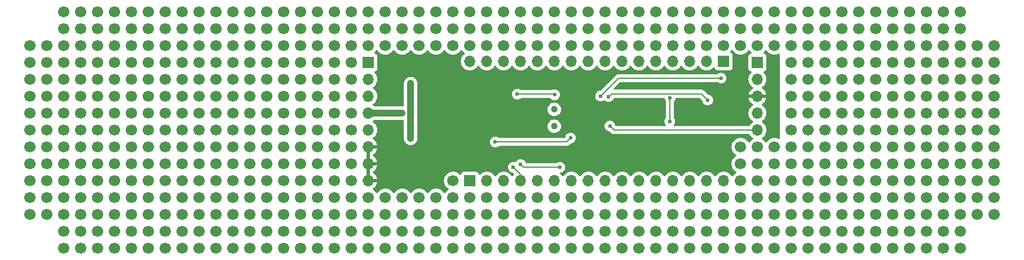
<source format=gbr>
%TF.GenerationSoftware,KiCad,Pcbnew,8.0.0-1.fc39*%
%TF.CreationDate,2024-05-13T23:19:07+02:00*%
%TF.ProjectId,mcu_dev,6d63755f-6465-4762-9e6b-696361645f70,rev?*%
%TF.SameCoordinates,Original*%
%TF.FileFunction,Copper,L2,Bot*%
%TF.FilePolarity,Positive*%
%FSLAX46Y46*%
G04 Gerber Fmt 4.6, Leading zero omitted, Abs format (unit mm)*
G04 Created by KiCad (PCBNEW 8.0.0-1.fc39) date 2024-05-13 23:19:07*
%MOMM*%
%LPD*%
G01*
G04 APERTURE LIST*
%TA.AperFunction,ComponentPad*%
%ADD10C,1.700000*%
%TD*%
%TA.AperFunction,ComponentPad*%
%ADD11R,1.700000X1.700000*%
%TD*%
%TA.AperFunction,ComponentPad*%
%ADD12O,1.700000X1.700000*%
%TD*%
%TA.AperFunction,ComponentPad*%
%ADD13C,1.000000*%
%TD*%
%TA.AperFunction,ViaPad*%
%ADD14C,0.600000*%
%TD*%
%TA.AperFunction,ViaPad*%
%ADD15C,1.000000*%
%TD*%
%TA.AperFunction,Conductor*%
%ADD16C,1.000000*%
%TD*%
%TA.AperFunction,Conductor*%
%ADD17C,0.200000*%
%TD*%
G04 APERTURE END LIST*
D10*
%TO.P,,1*%
%TO.N,N/C*%
X203200000Y-88900000D03*
%TD*%
%TO.P,,1*%
%TO.N,N/C*%
X198120000Y-88900000D03*
%TD*%
%TO.P,,1*%
%TO.N,N/C*%
X200660000Y-88900000D03*
%TD*%
%TO.P,,1*%
%TO.N,N/C*%
X142240000Y-88900000D03*
%TD*%
%TO.P,,1*%
%TO.N,N/C*%
X149860000Y-88900000D03*
%TD*%
%TO.P,,1*%
%TO.N,N/C*%
X139700000Y-88900000D03*
%TD*%
%TO.P,,1*%
%TO.N,N/C*%
X147320000Y-88900000D03*
%TD*%
%TO.P,,1*%
%TO.N,N/C*%
X154940000Y-88900000D03*
%TD*%
%TO.P,,1*%
%TO.N,N/C*%
X144780000Y-88900000D03*
%TD*%
%TO.P,,1*%
%TO.N,N/C*%
X152400000Y-88900000D03*
%TD*%
%TO.P,,1*%
%TO.N,N/C*%
X147320000Y-111760000D03*
%TD*%
%TO.P,,1*%
%TO.N,N/C*%
X144780000Y-111760000D03*
%TD*%
%TO.P,,1*%
%TO.N,N/C*%
X149860000Y-111760000D03*
%TD*%
%TO.P,,1*%
%TO.N,N/C*%
X142240000Y-111760000D03*
%TD*%
%TO.P,,1*%
%TO.N,N/C*%
X139700000Y-111760000D03*
%TD*%
%TO.P,,1*%
%TO.N,N/C*%
X154940000Y-109220000D03*
%TD*%
%TO.P,,1*%
%TO.N,N/C*%
X154940000Y-111760000D03*
%TD*%
%TO.P,,1*%
%TO.N,N/C*%
X152400000Y-111760000D03*
%TD*%
%TO.P,,1*%
%TO.N,N/C*%
X203200000Y-106680000D03*
%TD*%
%TO.P,,1*%
%TO.N,N/C*%
X198120000Y-106680000D03*
%TD*%
%TO.P,,1*%
%TO.N,N/C*%
X200660000Y-104140000D03*
%TD*%
%TO.P,,1*%
%TO.N,N/C*%
X198120000Y-104140000D03*
%TD*%
%TO.P,,1*%
%TO.N,N/C*%
X203200000Y-104140000D03*
%TD*%
%TO.P,,1*%
%TO.N,N/C*%
X200660000Y-106680000D03*
%TD*%
%TO.P,,1*%
%TO.N,N/C*%
X203200000Y-111760000D03*
%TD*%
%TO.P,,1*%
%TO.N,N/C*%
X198120000Y-111760000D03*
%TD*%
%TO.P,,1*%
%TO.N,N/C*%
X200660000Y-109220000D03*
%TD*%
%TO.P,,1*%
%TO.N,N/C*%
X198120000Y-109220000D03*
%TD*%
%TO.P,,1*%
%TO.N,N/C*%
X203200000Y-109220000D03*
%TD*%
%TO.P,,1*%
%TO.N,N/C*%
X200660000Y-111760000D03*
%TD*%
%TO.P,,1*%
%TO.N,N/C*%
X139700000Y-109220000D03*
%TD*%
%TO.P,,1*%
%TO.N,N/C*%
X139700000Y-96520000D03*
%TD*%
%TO.P,,1*%
%TO.N,N/C*%
X139700000Y-101600000D03*
%TD*%
%TO.P,,1*%
%TO.N,N/C*%
X139700000Y-93980000D03*
%TD*%
%TO.P,,1*%
%TO.N,N/C*%
X139700000Y-91440000D03*
%TD*%
%TO.P,,1*%
%TO.N,N/C*%
X139700000Y-99060000D03*
%TD*%
%TO.P,,1*%
%TO.N,N/C*%
X139700000Y-104140000D03*
%TD*%
%TO.P,,1*%
%TO.N,N/C*%
X139700000Y-106680000D03*
%TD*%
%TO.P,,1*%
%TO.N,N/C*%
X180340000Y-111760000D03*
%TD*%
%TO.P,,1*%
%TO.N,N/C*%
X170180000Y-111760000D03*
%TD*%
%TO.P,,1*%
%TO.N,N/C*%
X193040000Y-111760000D03*
%TD*%
%TO.P,,1*%
%TO.N,N/C*%
X185420000Y-111760000D03*
%TD*%
%TO.P,,1*%
%TO.N,N/C*%
X195580000Y-111760000D03*
%TD*%
%TO.P,,1*%
%TO.N,N/C*%
X177800000Y-111760000D03*
%TD*%
%TO.P,,1*%
%TO.N,N/C*%
X187960000Y-111760000D03*
%TD*%
%TO.P,,1*%
%TO.N,N/C*%
X157480000Y-111760000D03*
%TD*%
%TO.P,,1*%
%TO.N,N/C*%
X175260000Y-111760000D03*
%TD*%
%TO.P,,1*%
%TO.N,N/C*%
X172720000Y-111760000D03*
%TD*%
%TO.P,,1*%
%TO.N,N/C*%
X162560000Y-111760000D03*
%TD*%
%TO.P,,1*%
%TO.N,N/C*%
X165100000Y-111760000D03*
%TD*%
%TO.P,,1*%
%TO.N,N/C*%
X167640000Y-111760000D03*
%TD*%
%TO.P,,1*%
%TO.N,N/C*%
X160020000Y-111760000D03*
%TD*%
%TO.P,,1*%
%TO.N,N/C*%
X182880000Y-111760000D03*
%TD*%
%TO.P,,1*%
%TO.N,N/C*%
X190500000Y-111760000D03*
%TD*%
%TO.P,,1*%
%TO.N,N/C*%
X190500000Y-88900000D03*
%TD*%
%TO.P,,1*%
%TO.N,N/C*%
X162560000Y-88900000D03*
%TD*%
%TO.P,,1*%
%TO.N,N/C*%
X180340000Y-88900000D03*
%TD*%
%TO.P,,1*%
%TO.N,N/C*%
X167640000Y-88900000D03*
%TD*%
%TO.P,,1*%
%TO.N,N/C*%
X157480000Y-88900000D03*
%TD*%
%TO.P,,1*%
%TO.N,N/C*%
X172720000Y-88900000D03*
%TD*%
%TO.P,,1*%
%TO.N,N/C*%
X170180000Y-88900000D03*
%TD*%
%TO.P,,1*%
%TO.N,N/C*%
X185420000Y-88900000D03*
%TD*%
%TO.P,,1*%
%TO.N,N/C*%
X182880000Y-88900000D03*
%TD*%
%TO.P,,1*%
%TO.N,N/C*%
X195580000Y-88900000D03*
%TD*%
%TO.P,,1*%
%TO.N,N/C*%
X165100000Y-88900000D03*
%TD*%
%TO.P,,1*%
%TO.N,N/C*%
X175260000Y-88900000D03*
%TD*%
%TO.P,,1*%
%TO.N,N/C*%
X187960000Y-88900000D03*
%TD*%
%TO.P,,1*%
%TO.N,N/C*%
X177800000Y-88900000D03*
%TD*%
%TO.P,,1*%
%TO.N,N/C*%
X193040000Y-88900000D03*
%TD*%
%TO.P,,1*%
%TO.N,N/C*%
X160020000Y-88900000D03*
%TD*%
%TO.P,,1*%
%TO.N,N/C*%
X137160000Y-111760000D03*
%TD*%
%TO.P,,1*%
%TO.N,N/C*%
X137160000Y-93980000D03*
%TD*%
%TO.P,,1*%
%TO.N,N/C*%
X137160000Y-96520000D03*
%TD*%
%TO.P,,1*%
%TO.N,N/C*%
X137160000Y-91440000D03*
%TD*%
%TO.P,,1*%
%TO.N,N/C*%
X137160000Y-104140000D03*
%TD*%
%TO.P,,1*%
%TO.N,N/C*%
X137160000Y-101600000D03*
%TD*%
%TO.P,,1*%
%TO.N,N/C*%
X137160000Y-106680000D03*
%TD*%
%TO.P,,1*%
%TO.N,N/C*%
X137160000Y-109220000D03*
%TD*%
%TO.P,,1*%
%TO.N,N/C*%
X137160000Y-88900000D03*
%TD*%
%TO.P,,1*%
%TO.N,N/C*%
X137160000Y-99060000D03*
%TD*%
%TO.P,,1*%
%TO.N,N/C*%
X236220000Y-104140000D03*
%TD*%
%TO.P,,1*%
%TO.N,N/C*%
X236220000Y-88900000D03*
%TD*%
%TO.P,,1*%
%TO.N,N/C*%
X236220000Y-93980000D03*
%TD*%
%TO.P,,1*%
%TO.N,N/C*%
X236220000Y-96520000D03*
%TD*%
%TO.P,,1*%
%TO.N,N/C*%
X236220000Y-91440000D03*
%TD*%
%TO.P,,1*%
%TO.N,N/C*%
X236220000Y-111760000D03*
%TD*%
%TO.P,,1*%
%TO.N,N/C*%
X236220000Y-101600000D03*
%TD*%
%TO.P,,1*%
%TO.N,N/C*%
X236220000Y-106680000D03*
%TD*%
%TO.P,,1*%
%TO.N,N/C*%
X236220000Y-99060000D03*
%TD*%
%TO.P,,1*%
%TO.N,N/C*%
X236220000Y-109220000D03*
%TD*%
%TO.P,,1*%
%TO.N,N/C*%
X223520000Y-111760000D03*
%TD*%
%TO.P,,1*%
%TO.N,N/C*%
X220980000Y-106680000D03*
%TD*%
%TO.P,,1*%
%TO.N,N/C*%
X220980000Y-109220000D03*
%TD*%
%TO.P,,1*%
%TO.N,N/C*%
X228600000Y-109220000D03*
%TD*%
%TO.P,,1*%
%TO.N,N/C*%
X233680000Y-111760000D03*
%TD*%
%TO.P,,1*%
%TO.N,N/C*%
X213360000Y-109220000D03*
%TD*%
%TO.P,,1*%
%TO.N,N/C*%
X231140000Y-109220000D03*
%TD*%
%TO.P,,1*%
%TO.N,N/C*%
X213360000Y-88900000D03*
%TD*%
%TO.P,,1*%
%TO.N,N/C*%
X231140000Y-93980000D03*
%TD*%
%TO.P,,1*%
%TO.N,N/C*%
X213360000Y-93980000D03*
%TD*%
%TO.P,,1*%
%TO.N,N/C*%
X233680000Y-93980000D03*
%TD*%
%TO.P,,1*%
%TO.N,N/C*%
X220980000Y-99060000D03*
%TD*%
%TO.P,,1*%
%TO.N,N/C*%
X210820000Y-99060000D03*
%TD*%
%TO.P,,1*%
%TO.N,N/C*%
X220980000Y-101600000D03*
%TD*%
%TO.P,,1*%
%TO.N,N/C*%
X210820000Y-101600000D03*
%TD*%
%TO.P,,1*%
%TO.N,N/C*%
X226060000Y-91440000D03*
%TD*%
%TO.P,,1*%
%TO.N,N/C*%
X218440000Y-91440000D03*
%TD*%
%TO.P,,1*%
%TO.N,N/C*%
X208280000Y-91440000D03*
%TD*%
%TO.P,,1*%
%TO.N,N/C*%
X228600000Y-93980000D03*
%TD*%
%TO.P,,1*%
%TO.N,N/C*%
X233680000Y-96520000D03*
%TD*%
%TO.P,,1*%
%TO.N,N/C*%
X228600000Y-88900000D03*
%TD*%
%TO.P,,1*%
%TO.N,N/C*%
X231140000Y-88900000D03*
%TD*%
%TO.P,,1*%
%TO.N,N/C*%
X226060000Y-106680000D03*
%TD*%
%TO.P,,1*%
%TO.N,N/C*%
X218440000Y-106680000D03*
%TD*%
%TO.P,,1*%
%TO.N,N/C*%
X208280000Y-106680000D03*
%TD*%
%TO.P,,1*%
%TO.N,N/C*%
X205740000Y-106680000D03*
%TD*%
%TO.P,,1*%
%TO.N,N/C*%
X215900000Y-104140000D03*
%TD*%
%TO.P,,1*%
%TO.N,N/C*%
X215900000Y-106680000D03*
%TD*%
%TO.P,,1*%
%TO.N,N/C*%
X208280000Y-96520000D03*
%TD*%
%TO.P,,1*%
%TO.N,N/C*%
X205740000Y-96520000D03*
%TD*%
%TO.P,,1*%
%TO.N,N/C*%
X215900000Y-93980000D03*
%TD*%
%TO.P,,1*%
%TO.N,N/C*%
X215900000Y-96520000D03*
%TD*%
%TO.P,,1*%
%TO.N,N/C*%
X213360000Y-96520000D03*
%TD*%
%TO.P,,1*%
%TO.N,N/C*%
X231140000Y-96520000D03*
%TD*%
%TO.P,,1*%
%TO.N,N/C*%
X228600000Y-96520000D03*
%TD*%
%TO.P,,1*%
%TO.N,N/C*%
X226060000Y-93980000D03*
%TD*%
%TO.P,,1*%
%TO.N,N/C*%
X218440000Y-93980000D03*
%TD*%
%TO.P,,1*%
%TO.N,N/C*%
X213360000Y-106680000D03*
%TD*%
%TO.P,,1*%
%TO.N,N/C*%
X231140000Y-106680000D03*
%TD*%
%TO.P,,1*%
%TO.N,N/C*%
X228600000Y-106680000D03*
%TD*%
%TO.P,,1*%
%TO.N,N/C*%
X226060000Y-104140000D03*
%TD*%
%TO.P,,1*%
%TO.N,N/C*%
X218440000Y-104140000D03*
%TD*%
%TO.P,,1*%
%TO.N,N/C*%
X208280000Y-104140000D03*
%TD*%
%TO.P,,1*%
%TO.N,N/C*%
X233680000Y-91440000D03*
%TD*%
%TO.P,,1*%
%TO.N,N/C*%
X213360000Y-99060000D03*
%TD*%
%TO.P,,1*%
%TO.N,N/C*%
X220980000Y-111760000D03*
%TD*%
%TO.P,,1*%
%TO.N,N/C*%
X210820000Y-111760000D03*
%TD*%
%TO.P,,1*%
%TO.N,N/C*%
X205740000Y-91440000D03*
%TD*%
%TO.P,,1*%
%TO.N,N/C*%
X215900000Y-88900000D03*
%TD*%
%TO.P,,1*%
%TO.N,N/C*%
X215900000Y-91440000D03*
%TD*%
%TO.P,,1*%
%TO.N,N/C*%
X213360000Y-91440000D03*
%TD*%
%TO.P,,1*%
%TO.N,N/C*%
X231140000Y-91440000D03*
%TD*%
%TO.P,,1*%
%TO.N,N/C*%
X228600000Y-91440000D03*
%TD*%
%TO.P,,1*%
%TO.N,N/C*%
X226060000Y-88900000D03*
%TD*%
%TO.P,,1*%
%TO.N,N/C*%
X218440000Y-88900000D03*
%TD*%
%TO.P,,1*%
%TO.N,N/C*%
X210820000Y-96520000D03*
%TD*%
%TO.P,,1*%
%TO.N,N/C*%
X220980000Y-93980000D03*
%TD*%
%TO.P,,1*%
%TO.N,N/C*%
X210820000Y-93980000D03*
%TD*%
%TO.P,,1*%
%TO.N,N/C*%
X213360000Y-104140000D03*
%TD*%
%TO.P,,1*%
%TO.N,N/C*%
X220980000Y-104140000D03*
%TD*%
%TO.P,,1*%
%TO.N,N/C*%
X210820000Y-106680000D03*
%TD*%
%TO.P,,1*%
%TO.N,N/C*%
X208280000Y-93980000D03*
%TD*%
%TO.P,,1*%
%TO.N,N/C*%
X205740000Y-93980000D03*
%TD*%
%TO.P,,1*%
%TO.N,N/C*%
X223520000Y-93980000D03*
%TD*%
%TO.P,,1*%
%TO.N,N/C*%
X223520000Y-96520000D03*
%TD*%
%TO.P,,1*%
%TO.N,N/C*%
X220980000Y-96520000D03*
%TD*%
%TO.P,,1*%
%TO.N,N/C*%
X231140000Y-104140000D03*
%TD*%
%TO.P,,1*%
%TO.N,N/C*%
X233680000Y-104140000D03*
%TD*%
%TO.P,,1*%
%TO.N,N/C*%
X228600000Y-104140000D03*
%TD*%
%TO.P,,1*%
%TO.N,N/C*%
X210820000Y-104140000D03*
%TD*%
%TO.P,,1*%
%TO.N,N/C*%
X215900000Y-99060000D03*
%TD*%
%TO.P,,1*%
%TO.N,N/C*%
X215900000Y-101600000D03*
%TD*%
%TO.P,,1*%
%TO.N,N/C*%
X213360000Y-101600000D03*
%TD*%
%TO.P,,1*%
%TO.N,N/C*%
X231140000Y-101600000D03*
%TD*%
%TO.P,,1*%
%TO.N,N/C*%
X228600000Y-101600000D03*
%TD*%
%TO.P,,1*%
%TO.N,N/C*%
X226060000Y-99060000D03*
%TD*%
%TO.P,,1*%
%TO.N,N/C*%
X218440000Y-99060000D03*
%TD*%
%TO.P,,1*%
%TO.N,N/C*%
X208280000Y-99060000D03*
%TD*%
%TO.P,,1*%
%TO.N,N/C*%
X205740000Y-99060000D03*
%TD*%
%TO.P,,1*%
%TO.N,N/C*%
X223520000Y-99060000D03*
%TD*%
%TO.P,,1*%
%TO.N,N/C*%
X223520000Y-101600000D03*
%TD*%
%TO.P,,1*%
%TO.N,N/C*%
X218440000Y-109220000D03*
%TD*%
%TO.P,,1*%
%TO.N,N/C*%
X208280000Y-109220000D03*
%TD*%
%TO.P,,1*%
%TO.N,N/C*%
X205740000Y-104140000D03*
%TD*%
%TO.P,,1*%
%TO.N,N/C*%
X223520000Y-106680000D03*
%TD*%
%TO.P,,1*%
%TO.N,N/C*%
X233680000Y-101600000D03*
%TD*%
%TO.P,,1*%
%TO.N,N/C*%
X233680000Y-106680000D03*
%TD*%
%TO.P,,1*%
%TO.N,N/C*%
X226060000Y-96520000D03*
%TD*%
%TO.P,,1*%
%TO.N,N/C*%
X218440000Y-96520000D03*
%TD*%
%TO.P,,1*%
%TO.N,N/C*%
X223520000Y-104140000D03*
%TD*%
%TO.P,,1*%
%TO.N,N/C*%
X231140000Y-111760000D03*
%TD*%
%TO.P,,1*%
%TO.N,N/C*%
X228600000Y-111760000D03*
%TD*%
%TO.P,,1*%
%TO.N,N/C*%
X226060000Y-109220000D03*
%TD*%
%TO.P,,1*%
%TO.N,N/C*%
X205740000Y-109220000D03*
%TD*%
%TO.P,,1*%
%TO.N,N/C*%
X223520000Y-109220000D03*
%TD*%
%TO.P,,1*%
%TO.N,N/C*%
X226060000Y-111760000D03*
%TD*%
%TO.P,,1*%
%TO.N,N/C*%
X218440000Y-111760000D03*
%TD*%
%TO.P,,1*%
%TO.N,N/C*%
X208280000Y-111760000D03*
%TD*%
%TO.P,,1*%
%TO.N,N/C*%
X205740000Y-111760000D03*
%TD*%
%TO.P,,1*%
%TO.N,N/C*%
X215900000Y-109220000D03*
%TD*%
%TO.P,,1*%
%TO.N,N/C*%
X215900000Y-111760000D03*
%TD*%
%TO.P,,1*%
%TO.N,N/C*%
X213360000Y-111760000D03*
%TD*%
%TO.P,,1*%
%TO.N,N/C*%
X233680000Y-109220000D03*
%TD*%
%TO.P,,1*%
%TO.N,N/C*%
X210820000Y-109220000D03*
%TD*%
%TO.P,,1*%
%TO.N,N/C*%
X226060000Y-101600000D03*
%TD*%
%TO.P,,1*%
%TO.N,N/C*%
X218440000Y-101600000D03*
%TD*%
%TO.P,,1*%
%TO.N,N/C*%
X208280000Y-101600000D03*
%TD*%
%TO.P,,1*%
%TO.N,N/C*%
X205740000Y-101600000D03*
%TD*%
%TO.P,,1*%
%TO.N,N/C*%
X233680000Y-88900000D03*
%TD*%
%TO.P,,1*%
%TO.N,N/C*%
X233680000Y-99060000D03*
%TD*%
%TO.P,,1*%
%TO.N,N/C*%
X228600000Y-99060000D03*
%TD*%
%TO.P,,1*%
%TO.N,N/C*%
X231140000Y-99060000D03*
%TD*%
%TO.P,,1*%
%TO.N,N/C*%
X208280000Y-88900000D03*
%TD*%
%TO.P,,1*%
%TO.N,N/C*%
X205740000Y-88900000D03*
%TD*%
%TO.P,,1*%
%TO.N,N/C*%
X223520000Y-88900000D03*
%TD*%
%TO.P,,1*%
%TO.N,N/C*%
X223520000Y-91440000D03*
%TD*%
%TO.P,,1*%
%TO.N,N/C*%
X220980000Y-91440000D03*
%TD*%
%TO.P,,1*%
%TO.N,N/C*%
X210820000Y-91440000D03*
%TD*%
%TO.P,,1*%
%TO.N,N/C*%
X220980000Y-88900000D03*
%TD*%
%TO.P,,1*%
%TO.N,N/C*%
X210820000Y-88900000D03*
%TD*%
%TO.P,,1*%
%TO.N,N/C*%
X91440000Y-96520000D03*
%TD*%
%TO.P,,1*%
%TO.N,N/C*%
X91440000Y-101600000D03*
%TD*%
%TO.P,,1*%
%TO.N,N/C*%
X91440000Y-93980000D03*
%TD*%
%TO.P,,1*%
%TO.N,N/C*%
X93980000Y-106680000D03*
%TD*%
%TO.P,,1*%
%TO.N,N/C*%
X93980000Y-96520000D03*
%TD*%
%TO.P,,1*%
%TO.N,N/C*%
X91440000Y-91440000D03*
%TD*%
%TO.P,,1*%
%TO.N,N/C*%
X93980000Y-114300000D03*
%TD*%
%TO.P,,1*%
%TO.N,N/C*%
X93980000Y-91440000D03*
%TD*%
%TO.P,,1*%
%TO.N,N/C*%
X93980000Y-93980000D03*
%TD*%
%TO.P,,1*%
%TO.N,N/C*%
X91440000Y-104140000D03*
%TD*%
%TO.P,,1*%
%TO.N,N/C*%
X93980000Y-99060000D03*
%TD*%
%TO.P,,1*%
%TO.N,N/C*%
X93980000Y-109220000D03*
%TD*%
%TO.P,,1*%
%TO.N,N/C*%
X93980000Y-104140000D03*
%TD*%
%TO.P,,1*%
%TO.N,N/C*%
X91440000Y-106680000D03*
%TD*%
%TO.P,,1*%
%TO.N,N/C*%
X91440000Y-114300000D03*
%TD*%
%TO.P,,1*%
%TO.N,N/C*%
X93980000Y-111760000D03*
%TD*%
%TO.P,,1*%
%TO.N,N/C*%
X91440000Y-109220000D03*
%TD*%
%TO.P,,1*%
%TO.N,N/C*%
X91440000Y-111760000D03*
%TD*%
%TO.P,,1*%
%TO.N,N/C*%
X93980000Y-101600000D03*
%TD*%
%TO.P,,1*%
%TO.N,N/C*%
X91440000Y-88900000D03*
%TD*%
%TO.P,,1*%
%TO.N,N/C*%
X91440000Y-99060000D03*
%TD*%
%TO.P,,1*%
%TO.N,N/C*%
X93980000Y-88900000D03*
%TD*%
%TO.P,,1*%
%TO.N,N/C*%
X233680000Y-114300000D03*
%TD*%
%TO.P,,1*%
%TO.N,N/C*%
X226060000Y-114300000D03*
%TD*%
%TO.P,,1*%
%TO.N,N/C*%
X223520000Y-114300000D03*
%TD*%
%TO.P,,1*%
%TO.N,N/C*%
X231140000Y-114300000D03*
%TD*%
%TO.P,,1*%
%TO.N,N/C*%
X218440000Y-116840000D03*
%TD*%
%TO.P,,1*%
%TO.N,N/C*%
X220980000Y-114300000D03*
%TD*%
%TO.P,,1*%
%TO.N,N/C*%
X220980000Y-116840000D03*
%TD*%
%TO.P,,1*%
%TO.N,N/C*%
X228600000Y-116840000D03*
%TD*%
%TO.P,,1*%
%TO.N,N/C*%
X223520000Y-116840000D03*
%TD*%
%TO.P,,1*%
%TO.N,N/C*%
X218440000Y-114300000D03*
%TD*%
%TO.P,,1*%
%TO.N,N/C*%
X226060000Y-116840000D03*
%TD*%
%TO.P,,1*%
%TO.N,N/C*%
X236220000Y-114300000D03*
%TD*%
%TO.P,,1*%
%TO.N,N/C*%
X231140000Y-116840000D03*
%TD*%
%TO.P,,1*%
%TO.N,N/C*%
X228600000Y-114300000D03*
%TD*%
%TO.P,,1*%
%TO.N,N/C*%
X193040000Y-114300000D03*
%TD*%
%TO.P,,1*%
%TO.N,N/C*%
X185420000Y-114300000D03*
%TD*%
%TO.P,,1*%
%TO.N,N/C*%
X213360000Y-114300000D03*
%TD*%
%TO.P,,1*%
%TO.N,N/C*%
X182880000Y-114300000D03*
%TD*%
%TO.P,,1*%
%TO.N,N/C*%
X203200000Y-114300000D03*
%TD*%
%TO.P,,1*%
%TO.N,N/C*%
X190500000Y-114300000D03*
%TD*%
%TO.P,,1*%
%TO.N,N/C*%
X177800000Y-116840000D03*
%TD*%
%TO.P,,1*%
%TO.N,N/C*%
X213360000Y-116840000D03*
%TD*%
%TO.P,,1*%
%TO.N,N/C*%
X210820000Y-116840000D03*
%TD*%
%TO.P,,1*%
%TO.N,N/C*%
X205740000Y-114300000D03*
%TD*%
%TO.P,,1*%
%TO.N,N/C*%
X208280000Y-114300000D03*
%TD*%
%TO.P,,1*%
%TO.N,N/C*%
X200660000Y-114300000D03*
%TD*%
%TO.P,,1*%
%TO.N,N/C*%
X180340000Y-114300000D03*
%TD*%
%TO.P,,1*%
%TO.N,N/C*%
X180340000Y-116840000D03*
%TD*%
%TO.P,,1*%
%TO.N,N/C*%
X187960000Y-116840000D03*
%TD*%
%TO.P,,1*%
%TO.N,N/C*%
X198120000Y-114300000D03*
%TD*%
%TO.P,,1*%
%TO.N,N/C*%
X198120000Y-116840000D03*
%TD*%
%TO.P,,1*%
%TO.N,N/C*%
X195580000Y-116840000D03*
%TD*%
%TO.P,,1*%
%TO.N,N/C*%
X182880000Y-116840000D03*
%TD*%
%TO.P,,1*%
%TO.N,N/C*%
X177800000Y-114300000D03*
%TD*%
%TO.P,,1*%
%TO.N,N/C*%
X215900000Y-114300000D03*
%TD*%
%TO.P,,1*%
%TO.N,N/C*%
X185420000Y-116840000D03*
%TD*%
%TO.P,,1*%
%TO.N,N/C*%
X210820000Y-114300000D03*
%TD*%
%TO.P,,1*%
%TO.N,N/C*%
X195580000Y-114300000D03*
%TD*%
%TO.P,,1*%
%TO.N,N/C*%
X205740000Y-116840000D03*
%TD*%
%TO.P,,1*%
%TO.N,N/C*%
X208280000Y-116840000D03*
%TD*%
%TO.P,,1*%
%TO.N,N/C*%
X200660000Y-116840000D03*
%TD*%
%TO.P,,1*%
%TO.N,N/C*%
X190500000Y-116840000D03*
%TD*%
%TO.P,,1*%
%TO.N,N/C*%
X215900000Y-116840000D03*
%TD*%
%TO.P,,1*%
%TO.N,N/C*%
X203200000Y-116840000D03*
%TD*%
%TO.P,,1*%
%TO.N,N/C*%
X193040000Y-116840000D03*
%TD*%
%TO.P,,1*%
%TO.N,N/C*%
X187960000Y-114300000D03*
%TD*%
%TO.P,,1*%
%TO.N,N/C*%
X152400000Y-114300000D03*
%TD*%
%TO.P,,1*%
%TO.N,N/C*%
X144780000Y-114300000D03*
%TD*%
%TO.P,,1*%
%TO.N,N/C*%
X172720000Y-114300000D03*
%TD*%
%TO.P,,1*%
%TO.N,N/C*%
X142240000Y-114300000D03*
%TD*%
%TO.P,,1*%
%TO.N,N/C*%
X162560000Y-114300000D03*
%TD*%
%TO.P,,1*%
%TO.N,N/C*%
X149860000Y-114300000D03*
%TD*%
%TO.P,,1*%
%TO.N,N/C*%
X137160000Y-116840000D03*
%TD*%
%TO.P,,1*%
%TO.N,N/C*%
X172720000Y-116840000D03*
%TD*%
%TO.P,,1*%
%TO.N,N/C*%
X170180000Y-116840000D03*
%TD*%
%TO.P,,1*%
%TO.N,N/C*%
X165100000Y-114300000D03*
%TD*%
%TO.P,,1*%
%TO.N,N/C*%
X167640000Y-114300000D03*
%TD*%
%TO.P,,1*%
%TO.N,N/C*%
X160020000Y-114300000D03*
%TD*%
%TO.P,,1*%
%TO.N,N/C*%
X139700000Y-114300000D03*
%TD*%
%TO.P,,1*%
%TO.N,N/C*%
X139700000Y-116840000D03*
%TD*%
%TO.P,,1*%
%TO.N,N/C*%
X147320000Y-116840000D03*
%TD*%
%TO.P,,1*%
%TO.N,N/C*%
X157480000Y-114300000D03*
%TD*%
%TO.P,,1*%
%TO.N,N/C*%
X157480000Y-116840000D03*
%TD*%
%TO.P,,1*%
%TO.N,N/C*%
X154940000Y-116840000D03*
%TD*%
%TO.P,,1*%
%TO.N,N/C*%
X142240000Y-116840000D03*
%TD*%
%TO.P,,1*%
%TO.N,N/C*%
X137160000Y-114300000D03*
%TD*%
%TO.P,,1*%
%TO.N,N/C*%
X175260000Y-114300000D03*
%TD*%
%TO.P,,1*%
%TO.N,N/C*%
X144780000Y-116840000D03*
%TD*%
%TO.P,,1*%
%TO.N,N/C*%
X170180000Y-114300000D03*
%TD*%
%TO.P,,1*%
%TO.N,N/C*%
X154940000Y-114300000D03*
%TD*%
%TO.P,,1*%
%TO.N,N/C*%
X165100000Y-116840000D03*
%TD*%
%TO.P,,1*%
%TO.N,N/C*%
X167640000Y-116840000D03*
%TD*%
%TO.P,,1*%
%TO.N,N/C*%
X160020000Y-116840000D03*
%TD*%
%TO.P,,1*%
%TO.N,N/C*%
X149860000Y-116840000D03*
%TD*%
%TO.P,,1*%
%TO.N,N/C*%
X175260000Y-116840000D03*
%TD*%
%TO.P,,1*%
%TO.N,N/C*%
X162560000Y-116840000D03*
%TD*%
%TO.P,,1*%
%TO.N,N/C*%
X152400000Y-116840000D03*
%TD*%
%TO.P,,1*%
%TO.N,N/C*%
X147320000Y-114300000D03*
%TD*%
%TO.P,,1*%
%TO.N,N/C*%
X231140000Y-119380000D03*
%TD*%
%TO.P,,1*%
%TO.N,N/C*%
X208280000Y-119380000D03*
%TD*%
%TO.P,,1*%
%TO.N,N/C*%
X137160000Y-119380000D03*
%TD*%
%TO.P,,1*%
%TO.N,N/C*%
X116840000Y-119380000D03*
%TD*%
%TO.P,,1*%
%TO.N,N/C*%
X154940000Y-119380000D03*
%TD*%
%TO.P,,1*%
%TO.N,N/C*%
X210820000Y-119380000D03*
%TD*%
%TO.P,,1*%
%TO.N,N/C*%
X220980000Y-119380000D03*
%TD*%
%TO.P,,1*%
%TO.N,N/C*%
X144780000Y-119380000D03*
%TD*%
%TO.P,,1*%
%TO.N,N/C*%
X170180000Y-119380000D03*
%TD*%
%TO.P,,1*%
%TO.N,N/C*%
X185420000Y-119380000D03*
%TD*%
%TO.P,,1*%
%TO.N,N/C*%
X182880000Y-119380000D03*
%TD*%
%TO.P,,1*%
%TO.N,N/C*%
X195580000Y-119380000D03*
%TD*%
%TO.P,,1*%
%TO.N,N/C*%
X223520000Y-119380000D03*
%TD*%
%TO.P,,1*%
%TO.N,N/C*%
X127000000Y-119380000D03*
%TD*%
%TO.P,,1*%
%TO.N,N/C*%
X119380000Y-119380000D03*
%TD*%
%TO.P,,1*%
%TO.N,N/C*%
X190500000Y-119380000D03*
%TD*%
%TO.P,,1*%
%TO.N,N/C*%
X109220000Y-119380000D03*
%TD*%
%TO.P,,1*%
%TO.N,N/C*%
X99060000Y-119380000D03*
%TD*%
%TO.P,,1*%
%TO.N,N/C*%
X106680000Y-119380000D03*
%TD*%
%TO.P,,1*%
%TO.N,N/C*%
X205740000Y-119380000D03*
%TD*%
%TO.P,,1*%
%TO.N,N/C*%
X203200000Y-119380000D03*
%TD*%
%TO.P,,1*%
%TO.N,N/C*%
X124460000Y-119380000D03*
%TD*%
%TO.P,,1*%
%TO.N,N/C*%
X198120000Y-119380000D03*
%TD*%
%TO.P,,1*%
%TO.N,N/C*%
X121920000Y-119380000D03*
%TD*%
%TO.P,,1*%
%TO.N,N/C*%
X165100000Y-119380000D03*
%TD*%
%TO.P,,1*%
%TO.N,N/C*%
X111760000Y-119380000D03*
%TD*%
%TO.P,,1*%
%TO.N,N/C*%
X175260000Y-119380000D03*
%TD*%
%TO.P,,1*%
%TO.N,N/C*%
X215900000Y-119380000D03*
%TD*%
%TO.P,,1*%
%TO.N,N/C*%
X187960000Y-119380000D03*
%TD*%
%TO.P,,1*%
%TO.N,N/C*%
X104140000Y-119380000D03*
%TD*%
%TO.P,,1*%
%TO.N,N/C*%
X213360000Y-119380000D03*
%TD*%
%TO.P,,1*%
%TO.N,N/C*%
X96520000Y-119380000D03*
%TD*%
%TO.P,,1*%
%TO.N,N/C*%
X226060000Y-119380000D03*
%TD*%
%TO.P,,1*%
%TO.N,N/C*%
X177800000Y-119380000D03*
%TD*%
%TO.P,,1*%
%TO.N,N/C*%
X134620000Y-119380000D03*
%TD*%
%TO.P,,1*%
%TO.N,N/C*%
X152400000Y-119380000D03*
%TD*%
%TO.P,,1*%
%TO.N,N/C*%
X167640000Y-119380000D03*
%TD*%
%TO.P,,1*%
%TO.N,N/C*%
X147320000Y-119380000D03*
%TD*%
%TO.P,,1*%
%TO.N,N/C*%
X157480000Y-119380000D03*
%TD*%
%TO.P,,1*%
%TO.N,N/C*%
X172720000Y-119380000D03*
%TD*%
%TO.P,,1*%
%TO.N,N/C*%
X101600000Y-119380000D03*
%TD*%
%TO.P,,1*%
%TO.N,N/C*%
X142240000Y-119380000D03*
%TD*%
%TO.P,,1*%
%TO.N,N/C*%
X132080000Y-119380000D03*
%TD*%
%TO.P,,1*%
%TO.N,N/C*%
X149860000Y-119380000D03*
%TD*%
%TO.P,,1*%
%TO.N,N/C*%
X180340000Y-119380000D03*
%TD*%
%TO.P,,1*%
%TO.N,N/C*%
X129540000Y-119380000D03*
%TD*%
%TO.P,,1*%
%TO.N,N/C*%
X139700000Y-119380000D03*
%TD*%
%TO.P,,1*%
%TO.N,N/C*%
X228600000Y-119380000D03*
%TD*%
%TO.P,,1*%
%TO.N,N/C*%
X162560000Y-119380000D03*
%TD*%
%TO.P,,1*%
%TO.N,N/C*%
X200660000Y-119380000D03*
%TD*%
%TO.P,,1*%
%TO.N,N/C*%
X114300000Y-119380000D03*
%TD*%
%TO.P,,1*%
%TO.N,N/C*%
X160020000Y-119380000D03*
%TD*%
%TO.P,,1*%
%TO.N,N/C*%
X193040000Y-119380000D03*
%TD*%
%TO.P,,1*%
%TO.N,N/C*%
X218440000Y-119380000D03*
%TD*%
%TO.P,,1*%
%TO.N,N/C*%
X127000000Y-116840000D03*
%TD*%
%TO.P,,1*%
%TO.N,N/C*%
X119380000Y-116840000D03*
%TD*%
%TO.P,,1*%
%TO.N,N/C*%
X109220000Y-116840000D03*
%TD*%
%TO.P,,1*%
%TO.N,N/C*%
X99060000Y-116840000D03*
%TD*%
%TO.P,,1*%
%TO.N,N/C*%
X106680000Y-116840000D03*
%TD*%
%TO.P,,1*%
%TO.N,N/C*%
X116840000Y-114300000D03*
%TD*%
%TO.P,,1*%
%TO.N,N/C*%
X116840000Y-116840000D03*
%TD*%
%TO.P,,1*%
%TO.N,N/C*%
X114300000Y-116840000D03*
%TD*%
%TO.P,,1*%
%TO.N,N/C*%
X101600000Y-116840000D03*
%TD*%
%TO.P,,1*%
%TO.N,N/C*%
X132080000Y-116840000D03*
%TD*%
%TO.P,,1*%
%TO.N,N/C*%
X129540000Y-116840000D03*
%TD*%
%TO.P,,1*%
%TO.N,N/C*%
X127000000Y-114300000D03*
%TD*%
%TO.P,,1*%
%TO.N,N/C*%
X119380000Y-114300000D03*
%TD*%
%TO.P,,1*%
%TO.N,N/C*%
X109220000Y-114300000D03*
%TD*%
%TO.P,,1*%
%TO.N,N/C*%
X99060000Y-114300000D03*
%TD*%
%TO.P,,1*%
%TO.N,N/C*%
X106680000Y-114300000D03*
%TD*%
%TO.P,,1*%
%TO.N,N/C*%
X124460000Y-114300000D03*
%TD*%
%TO.P,,1*%
%TO.N,N/C*%
X124460000Y-116840000D03*
%TD*%
%TO.P,,1*%
%TO.N,N/C*%
X121920000Y-116840000D03*
%TD*%
%TO.P,,1*%
%TO.N,N/C*%
X111760000Y-116840000D03*
%TD*%
%TO.P,,1*%
%TO.N,N/C*%
X121920000Y-114300000D03*
%TD*%
%TO.P,,1*%
%TO.N,N/C*%
X111760000Y-114300000D03*
%TD*%
%TO.P,,1*%
%TO.N,N/C*%
X104140000Y-116840000D03*
%TD*%
%TO.P,,1*%
%TO.N,N/C*%
X96520000Y-116840000D03*
%TD*%
%TO.P,,1*%
%TO.N,N/C*%
X134620000Y-116840000D03*
%TD*%
%TO.P,,1*%
%TO.N,N/C*%
X104140000Y-114300000D03*
%TD*%
%TO.P,,1*%
%TO.N,N/C*%
X96520000Y-114300000D03*
%TD*%
%TO.P,,1*%
%TO.N,N/C*%
X134620000Y-114300000D03*
%TD*%
%TO.P,,1*%
%TO.N,N/C*%
X101600000Y-114300000D03*
%TD*%
%TO.P,,1*%
%TO.N,N/C*%
X132080000Y-114300000D03*
%TD*%
%TO.P,,1*%
%TO.N,N/C*%
X129540000Y-114300000D03*
%TD*%
%TO.P,,1*%
%TO.N,N/C*%
X114300000Y-114300000D03*
%TD*%
%TO.P,,1*%
%TO.N,N/C*%
X127000000Y-111760000D03*
%TD*%
%TO.P,,1*%
%TO.N,N/C*%
X119380000Y-111760000D03*
%TD*%
%TO.P,,1*%
%TO.N,N/C*%
X109220000Y-111760000D03*
%TD*%
%TO.P,,1*%
%TO.N,N/C*%
X99060000Y-111760000D03*
%TD*%
%TO.P,,1*%
%TO.N,N/C*%
X106680000Y-111760000D03*
%TD*%
%TO.P,,1*%
%TO.N,N/C*%
X116840000Y-109220000D03*
%TD*%
%TO.P,,1*%
%TO.N,N/C*%
X116840000Y-111760000D03*
%TD*%
%TO.P,,1*%
%TO.N,N/C*%
X114300000Y-111760000D03*
%TD*%
%TO.P,,1*%
%TO.N,N/C*%
X101600000Y-111760000D03*
%TD*%
%TO.P,,1*%
%TO.N,N/C*%
X132080000Y-111760000D03*
%TD*%
%TO.P,,1*%
%TO.N,N/C*%
X129540000Y-111760000D03*
%TD*%
%TO.P,,1*%
%TO.N,N/C*%
X127000000Y-109220000D03*
%TD*%
%TO.P,,1*%
%TO.N,N/C*%
X119380000Y-109220000D03*
%TD*%
%TO.P,,1*%
%TO.N,N/C*%
X109220000Y-109220000D03*
%TD*%
%TO.P,,1*%
%TO.N,N/C*%
X99060000Y-109220000D03*
%TD*%
%TO.P,,1*%
%TO.N,N/C*%
X106680000Y-109220000D03*
%TD*%
%TO.P,,1*%
%TO.N,N/C*%
X124460000Y-109220000D03*
%TD*%
%TO.P,,1*%
%TO.N,N/C*%
X124460000Y-111760000D03*
%TD*%
%TO.P,,1*%
%TO.N,N/C*%
X121920000Y-111760000D03*
%TD*%
%TO.P,,1*%
%TO.N,N/C*%
X111760000Y-111760000D03*
%TD*%
%TO.P,,1*%
%TO.N,N/C*%
X121920000Y-109220000D03*
%TD*%
%TO.P,,1*%
%TO.N,N/C*%
X111760000Y-109220000D03*
%TD*%
%TO.P,,1*%
%TO.N,N/C*%
X104140000Y-111760000D03*
%TD*%
%TO.P,,1*%
%TO.N,N/C*%
X96520000Y-111760000D03*
%TD*%
%TO.P,,1*%
%TO.N,N/C*%
X134620000Y-111760000D03*
%TD*%
%TO.P,,1*%
%TO.N,N/C*%
X104140000Y-109220000D03*
%TD*%
%TO.P,,1*%
%TO.N,N/C*%
X96520000Y-109220000D03*
%TD*%
%TO.P,,1*%
%TO.N,N/C*%
X134620000Y-109220000D03*
%TD*%
%TO.P,,1*%
%TO.N,N/C*%
X101600000Y-109220000D03*
%TD*%
%TO.P,,1*%
%TO.N,N/C*%
X132080000Y-109220000D03*
%TD*%
%TO.P,,1*%
%TO.N,N/C*%
X129540000Y-109220000D03*
%TD*%
%TO.P,,1*%
%TO.N,N/C*%
X114300000Y-109220000D03*
%TD*%
%TO.P,,1*%
%TO.N,N/C*%
X127000000Y-106680000D03*
%TD*%
%TO.P,,1*%
%TO.N,N/C*%
X119380000Y-106680000D03*
%TD*%
%TO.P,,1*%
%TO.N,N/C*%
X109220000Y-106680000D03*
%TD*%
%TO.P,,1*%
%TO.N,N/C*%
X99060000Y-106680000D03*
%TD*%
%TO.P,,1*%
%TO.N,N/C*%
X106680000Y-106680000D03*
%TD*%
%TO.P,,1*%
%TO.N,N/C*%
X116840000Y-104140000D03*
%TD*%
%TO.P,,1*%
%TO.N,N/C*%
X116840000Y-106680000D03*
%TD*%
%TO.P,,1*%
%TO.N,N/C*%
X114300000Y-106680000D03*
%TD*%
%TO.P,,1*%
%TO.N,N/C*%
X101600000Y-106680000D03*
%TD*%
%TO.P,,1*%
%TO.N,N/C*%
X132080000Y-106680000D03*
%TD*%
%TO.P,,1*%
%TO.N,N/C*%
X129540000Y-106680000D03*
%TD*%
%TO.P,,1*%
%TO.N,N/C*%
X127000000Y-104140000D03*
%TD*%
%TO.P,,1*%
%TO.N,N/C*%
X119380000Y-104140000D03*
%TD*%
%TO.P,,1*%
%TO.N,N/C*%
X109220000Y-104140000D03*
%TD*%
%TO.P,,1*%
%TO.N,N/C*%
X99060000Y-104140000D03*
%TD*%
%TO.P,,1*%
%TO.N,N/C*%
X106680000Y-104140000D03*
%TD*%
%TO.P,,1*%
%TO.N,N/C*%
X124460000Y-104140000D03*
%TD*%
%TO.P,,1*%
%TO.N,N/C*%
X124460000Y-106680000D03*
%TD*%
%TO.P,,1*%
%TO.N,N/C*%
X121920000Y-106680000D03*
%TD*%
%TO.P,,1*%
%TO.N,N/C*%
X111760000Y-106680000D03*
%TD*%
%TO.P,,1*%
%TO.N,N/C*%
X121920000Y-104140000D03*
%TD*%
%TO.P,,1*%
%TO.N,N/C*%
X111760000Y-104140000D03*
%TD*%
%TO.P,,1*%
%TO.N,N/C*%
X104140000Y-106680000D03*
%TD*%
%TO.P,,1*%
%TO.N,N/C*%
X96520000Y-106680000D03*
%TD*%
%TO.P,,1*%
%TO.N,N/C*%
X134620000Y-106680000D03*
%TD*%
%TO.P,,1*%
%TO.N,N/C*%
X104140000Y-104140000D03*
%TD*%
%TO.P,,1*%
%TO.N,N/C*%
X96520000Y-104140000D03*
%TD*%
%TO.P,,1*%
%TO.N,N/C*%
X134620000Y-104140000D03*
%TD*%
%TO.P,,1*%
%TO.N,N/C*%
X101600000Y-104140000D03*
%TD*%
%TO.P,,1*%
%TO.N,N/C*%
X132080000Y-104140000D03*
%TD*%
%TO.P,,1*%
%TO.N,N/C*%
X129540000Y-104140000D03*
%TD*%
%TO.P,,1*%
%TO.N,N/C*%
X114300000Y-104140000D03*
%TD*%
%TO.P,,1*%
%TO.N,N/C*%
X127000000Y-101600000D03*
%TD*%
%TO.P,,1*%
%TO.N,N/C*%
X119380000Y-101600000D03*
%TD*%
%TO.P,,1*%
%TO.N,N/C*%
X109220000Y-101600000D03*
%TD*%
%TO.P,,1*%
%TO.N,N/C*%
X99060000Y-101600000D03*
%TD*%
%TO.P,,1*%
%TO.N,N/C*%
X106680000Y-101600000D03*
%TD*%
%TO.P,,1*%
%TO.N,N/C*%
X116840000Y-99060000D03*
%TD*%
%TO.P,,1*%
%TO.N,N/C*%
X116840000Y-101600000D03*
%TD*%
%TO.P,,1*%
%TO.N,N/C*%
X114300000Y-101600000D03*
%TD*%
%TO.P,,1*%
%TO.N,N/C*%
X101600000Y-101600000D03*
%TD*%
%TO.P,,1*%
%TO.N,N/C*%
X132080000Y-101600000D03*
%TD*%
%TO.P,,1*%
%TO.N,N/C*%
X129540000Y-101600000D03*
%TD*%
%TO.P,,1*%
%TO.N,N/C*%
X127000000Y-99060000D03*
%TD*%
%TO.P,,1*%
%TO.N,N/C*%
X119380000Y-99060000D03*
%TD*%
%TO.P,,1*%
%TO.N,N/C*%
X109220000Y-99060000D03*
%TD*%
%TO.P,,1*%
%TO.N,N/C*%
X99060000Y-99060000D03*
%TD*%
%TO.P,,1*%
%TO.N,N/C*%
X106680000Y-99060000D03*
%TD*%
%TO.P,,1*%
%TO.N,N/C*%
X124460000Y-99060000D03*
%TD*%
%TO.P,,1*%
%TO.N,N/C*%
X124460000Y-101600000D03*
%TD*%
%TO.P,,1*%
%TO.N,N/C*%
X121920000Y-101600000D03*
%TD*%
%TO.P,,1*%
%TO.N,N/C*%
X111760000Y-101600000D03*
%TD*%
%TO.P,,1*%
%TO.N,N/C*%
X121920000Y-99060000D03*
%TD*%
%TO.P,,1*%
%TO.N,N/C*%
X111760000Y-99060000D03*
%TD*%
%TO.P,,1*%
%TO.N,N/C*%
X104140000Y-101600000D03*
%TD*%
%TO.P,,1*%
%TO.N,N/C*%
X96520000Y-101600000D03*
%TD*%
%TO.P,,1*%
%TO.N,N/C*%
X134620000Y-101600000D03*
%TD*%
%TO.P,,1*%
%TO.N,N/C*%
X104140000Y-99060000D03*
%TD*%
%TO.P,,1*%
%TO.N,N/C*%
X96520000Y-99060000D03*
%TD*%
%TO.P,,1*%
%TO.N,N/C*%
X134620000Y-99060000D03*
%TD*%
%TO.P,,1*%
%TO.N,N/C*%
X101600000Y-99060000D03*
%TD*%
%TO.P,,1*%
%TO.N,N/C*%
X132080000Y-99060000D03*
%TD*%
%TO.P,,1*%
%TO.N,N/C*%
X129540000Y-99060000D03*
%TD*%
%TO.P,,1*%
%TO.N,N/C*%
X114300000Y-99060000D03*
%TD*%
%TO.P,,1*%
%TO.N,N/C*%
X127000000Y-96520000D03*
%TD*%
%TO.P,,1*%
%TO.N,N/C*%
X119380000Y-96520000D03*
%TD*%
%TO.P,,1*%
%TO.N,N/C*%
X109220000Y-96520000D03*
%TD*%
%TO.P,,1*%
%TO.N,N/C*%
X99060000Y-96520000D03*
%TD*%
%TO.P,,1*%
%TO.N,N/C*%
X106680000Y-96520000D03*
%TD*%
%TO.P,,1*%
%TO.N,N/C*%
X116840000Y-93980000D03*
%TD*%
%TO.P,,1*%
%TO.N,N/C*%
X116840000Y-96520000D03*
%TD*%
%TO.P,,1*%
%TO.N,N/C*%
X114300000Y-96520000D03*
%TD*%
%TO.P,,1*%
%TO.N,N/C*%
X101600000Y-96520000D03*
%TD*%
%TO.P,,1*%
%TO.N,N/C*%
X132080000Y-96520000D03*
%TD*%
%TO.P,,1*%
%TO.N,N/C*%
X129540000Y-96520000D03*
%TD*%
%TO.P,,1*%
%TO.N,N/C*%
X127000000Y-93980000D03*
%TD*%
%TO.P,,1*%
%TO.N,N/C*%
X119380000Y-93980000D03*
%TD*%
%TO.P,,1*%
%TO.N,N/C*%
X109220000Y-93980000D03*
%TD*%
%TO.P,,1*%
%TO.N,N/C*%
X99060000Y-93980000D03*
%TD*%
%TO.P,,1*%
%TO.N,N/C*%
X106680000Y-93980000D03*
%TD*%
%TO.P,,1*%
%TO.N,N/C*%
X124460000Y-93980000D03*
%TD*%
%TO.P,,1*%
%TO.N,N/C*%
X124460000Y-96520000D03*
%TD*%
%TO.P,,1*%
%TO.N,N/C*%
X121920000Y-96520000D03*
%TD*%
%TO.P,,1*%
%TO.N,N/C*%
X111760000Y-96520000D03*
%TD*%
%TO.P,,1*%
%TO.N,N/C*%
X121920000Y-93980000D03*
%TD*%
%TO.P,,1*%
%TO.N,N/C*%
X111760000Y-93980000D03*
%TD*%
%TO.P,,1*%
%TO.N,N/C*%
X104140000Y-96520000D03*
%TD*%
%TO.P,,1*%
%TO.N,N/C*%
X96520000Y-96520000D03*
%TD*%
%TO.P,,1*%
%TO.N,N/C*%
X134620000Y-96520000D03*
%TD*%
%TO.P,,1*%
%TO.N,N/C*%
X104140000Y-93980000D03*
%TD*%
%TO.P,,1*%
%TO.N,N/C*%
X96520000Y-93980000D03*
%TD*%
%TO.P,,1*%
%TO.N,N/C*%
X134620000Y-93980000D03*
%TD*%
%TO.P,,1*%
%TO.N,N/C*%
X101600000Y-93980000D03*
%TD*%
%TO.P,,1*%
%TO.N,N/C*%
X132080000Y-93980000D03*
%TD*%
%TO.P,,1*%
%TO.N,N/C*%
X129540000Y-93980000D03*
%TD*%
%TO.P,,1*%
%TO.N,N/C*%
X114300000Y-93980000D03*
%TD*%
%TO.P,,1*%
%TO.N,N/C*%
X127000000Y-91440000D03*
%TD*%
%TO.P,,1*%
%TO.N,N/C*%
X119380000Y-91440000D03*
%TD*%
%TO.P,,1*%
%TO.N,N/C*%
X109220000Y-91440000D03*
%TD*%
%TO.P,,1*%
%TO.N,N/C*%
X99060000Y-91440000D03*
%TD*%
%TO.P,,1*%
%TO.N,N/C*%
X106680000Y-91440000D03*
%TD*%
%TO.P,,1*%
%TO.N,N/C*%
X116840000Y-88900000D03*
%TD*%
%TO.P,,1*%
%TO.N,N/C*%
X116840000Y-91440000D03*
%TD*%
%TO.P,,1*%
%TO.N,N/C*%
X114300000Y-91440000D03*
%TD*%
%TO.P,,1*%
%TO.N,N/C*%
X101600000Y-91440000D03*
%TD*%
%TO.P,,1*%
%TO.N,N/C*%
X132080000Y-91440000D03*
%TD*%
%TO.P,,1*%
%TO.N,N/C*%
X129540000Y-91440000D03*
%TD*%
%TO.P,,1*%
%TO.N,N/C*%
X127000000Y-88900000D03*
%TD*%
%TO.P,,1*%
%TO.N,N/C*%
X119380000Y-88900000D03*
%TD*%
%TO.P,,1*%
%TO.N,N/C*%
X109220000Y-88900000D03*
%TD*%
%TO.P,,1*%
%TO.N,N/C*%
X99060000Y-88900000D03*
%TD*%
%TO.P,,1*%
%TO.N,N/C*%
X106680000Y-88900000D03*
%TD*%
%TO.P,,1*%
%TO.N,N/C*%
X124460000Y-88900000D03*
%TD*%
%TO.P,,1*%
%TO.N,N/C*%
X124460000Y-91440000D03*
%TD*%
%TO.P,,1*%
%TO.N,N/C*%
X121920000Y-91440000D03*
%TD*%
%TO.P,,1*%
%TO.N,N/C*%
X111760000Y-91440000D03*
%TD*%
%TO.P,,1*%
%TO.N,N/C*%
X121920000Y-88900000D03*
%TD*%
%TO.P,,1*%
%TO.N,N/C*%
X111760000Y-88900000D03*
%TD*%
%TO.P,,1*%
%TO.N,N/C*%
X104140000Y-91440000D03*
%TD*%
%TO.P,,1*%
%TO.N,N/C*%
X96520000Y-91440000D03*
%TD*%
%TO.P,,1*%
%TO.N,N/C*%
X134620000Y-91440000D03*
%TD*%
%TO.P,,1*%
%TO.N,N/C*%
X104140000Y-88900000D03*
%TD*%
%TO.P,,1*%
%TO.N,N/C*%
X96520000Y-88900000D03*
%TD*%
%TO.P,,1*%
%TO.N,N/C*%
X134620000Y-88900000D03*
%TD*%
%TO.P,,1*%
%TO.N,N/C*%
X101600000Y-88900000D03*
%TD*%
%TO.P,,1*%
%TO.N,N/C*%
X132080000Y-88900000D03*
%TD*%
%TO.P,,1*%
%TO.N,N/C*%
X129540000Y-88900000D03*
%TD*%
%TO.P,,1*%
%TO.N,N/C*%
X114300000Y-88900000D03*
%TD*%
%TO.P,,1*%
%TO.N,N/C*%
X231140000Y-86360000D03*
%TD*%
%TO.P,,1*%
%TO.N,N/C*%
X208280000Y-86360000D03*
%TD*%
%TO.P,,1*%
%TO.N,N/C*%
X137160000Y-86360000D03*
%TD*%
%TO.P,,1*%
%TO.N,N/C*%
X116840000Y-86360000D03*
%TD*%
%TO.P,,1*%
%TO.N,N/C*%
X154940000Y-86360000D03*
%TD*%
%TO.P,,1*%
%TO.N,N/C*%
X210820000Y-86360000D03*
%TD*%
%TO.P,,1*%
%TO.N,N/C*%
X220980000Y-86360000D03*
%TD*%
%TO.P,,1*%
%TO.N,N/C*%
X144780000Y-86360000D03*
%TD*%
%TO.P,,1*%
%TO.N,N/C*%
X170180000Y-86360000D03*
%TD*%
%TO.P,,1*%
%TO.N,N/C*%
X185420000Y-86360000D03*
%TD*%
%TO.P,,1*%
%TO.N,N/C*%
X182880000Y-86360000D03*
%TD*%
%TO.P,,1*%
%TO.N,N/C*%
X195580000Y-86360000D03*
%TD*%
%TO.P,,1*%
%TO.N,N/C*%
X223520000Y-86360000D03*
%TD*%
%TO.P,,1*%
%TO.N,N/C*%
X127000000Y-86360000D03*
%TD*%
%TO.P,,1*%
%TO.N,N/C*%
X119380000Y-86360000D03*
%TD*%
%TO.P,,1*%
%TO.N,N/C*%
X190500000Y-86360000D03*
%TD*%
%TO.P,,1*%
%TO.N,N/C*%
X109220000Y-86360000D03*
%TD*%
%TO.P,,1*%
%TO.N,N/C*%
X99060000Y-86360000D03*
%TD*%
%TO.P,,1*%
%TO.N,N/C*%
X106680000Y-86360000D03*
%TD*%
%TO.P,,1*%
%TO.N,N/C*%
X205740000Y-86360000D03*
%TD*%
%TO.P,,1*%
%TO.N,N/C*%
X203200000Y-86360000D03*
%TD*%
%TO.P,,1*%
%TO.N,N/C*%
X124460000Y-86360000D03*
%TD*%
%TO.P,,1*%
%TO.N,N/C*%
X198120000Y-86360000D03*
%TD*%
%TO.P,,1*%
%TO.N,N/C*%
X121920000Y-86360000D03*
%TD*%
%TO.P,,1*%
%TO.N,N/C*%
X165100000Y-86360000D03*
%TD*%
%TO.P,,1*%
%TO.N,N/C*%
X111760000Y-86360000D03*
%TD*%
%TO.P,,1*%
%TO.N,N/C*%
X175260000Y-86360000D03*
%TD*%
%TO.P,,1*%
%TO.N,N/C*%
X215900000Y-86360000D03*
%TD*%
%TO.P,,1*%
%TO.N,N/C*%
X187960000Y-86360000D03*
%TD*%
%TO.P,,1*%
%TO.N,N/C*%
X104140000Y-86360000D03*
%TD*%
%TO.P,,1*%
%TO.N,N/C*%
X213360000Y-86360000D03*
%TD*%
%TO.P,,1*%
%TO.N,N/C*%
X96520000Y-86360000D03*
%TD*%
%TO.P,,1*%
%TO.N,N/C*%
X226060000Y-86360000D03*
%TD*%
%TO.P,,1*%
%TO.N,N/C*%
X177800000Y-86360000D03*
%TD*%
%TO.P,,1*%
%TO.N,N/C*%
X134620000Y-86360000D03*
%TD*%
%TO.P,,1*%
%TO.N,N/C*%
X152400000Y-86360000D03*
%TD*%
%TO.P,,1*%
%TO.N,N/C*%
X167640000Y-86360000D03*
%TD*%
%TO.P,,1*%
%TO.N,N/C*%
X147320000Y-86360000D03*
%TD*%
%TO.P,,1*%
%TO.N,N/C*%
X157480000Y-86360000D03*
%TD*%
%TO.P,,1*%
%TO.N,N/C*%
X172720000Y-86360000D03*
%TD*%
%TO.P,,1*%
%TO.N,N/C*%
X101600000Y-86360000D03*
%TD*%
%TO.P,,1*%
%TO.N,N/C*%
X142240000Y-86360000D03*
%TD*%
%TO.P,,1*%
%TO.N,N/C*%
X132080000Y-86360000D03*
%TD*%
%TO.P,,1*%
%TO.N,N/C*%
X149860000Y-86360000D03*
%TD*%
%TO.P,,1*%
%TO.N,N/C*%
X180340000Y-86360000D03*
%TD*%
%TO.P,,1*%
%TO.N,N/C*%
X129540000Y-86360000D03*
%TD*%
%TO.P,,1*%
%TO.N,N/C*%
X139700000Y-86360000D03*
%TD*%
%TO.P,,1*%
%TO.N,N/C*%
X228600000Y-86360000D03*
%TD*%
%TO.P,,1*%
%TO.N,N/C*%
X162560000Y-86360000D03*
%TD*%
%TO.P,,1*%
%TO.N,N/C*%
X200660000Y-86360000D03*
%TD*%
%TO.P,,1*%
%TO.N,N/C*%
X114300000Y-86360000D03*
%TD*%
%TO.P,,1*%
%TO.N,N/C*%
X160020000Y-86360000D03*
%TD*%
%TO.P,,1*%
%TO.N,N/C*%
X193040000Y-86360000D03*
%TD*%
%TO.P,,1*%
%TO.N,N/C*%
X218440000Y-86360000D03*
%TD*%
%TO.P,,1*%
%TO.N,N/C*%
X228600000Y-83820000D03*
%TD*%
%TO.P,,1*%
%TO.N,N/C*%
X231140000Y-83820000D03*
%TD*%
%TO.P,,1*%
%TO.N,N/C*%
X220980000Y-83820000D03*
%TD*%
%TO.P,,1*%
%TO.N,N/C*%
X223520000Y-83820000D03*
%TD*%
%TO.P,,1*%
%TO.N,N/C*%
X218440000Y-83820000D03*
%TD*%
%TO.P,,1*%
%TO.N,N/C*%
X226060000Y-83820000D03*
%TD*%
%TO.P,,1*%
%TO.N,N/C*%
X101600000Y-83820000D03*
%TD*%
%TO.P,,1*%
%TO.N,N/C*%
X142240000Y-83820000D03*
%TD*%
%TO.P,,1*%
%TO.N,N/C*%
X132080000Y-83820000D03*
%TD*%
%TO.P,,1*%
%TO.N,N/C*%
X129540000Y-83820000D03*
%TD*%
%TO.P,,1*%
%TO.N,N/C*%
X139700000Y-83820000D03*
%TD*%
%TO.P,,1*%
%TO.N,N/C*%
X99060000Y-83820000D03*
%TD*%
%TO.P,,1*%
%TO.N,N/C*%
X106680000Y-83820000D03*
%TD*%
%TO.P,,1*%
%TO.N,N/C*%
X205740000Y-83820000D03*
%TD*%
%TO.P,,1*%
%TO.N,N/C*%
X154940000Y-83820000D03*
%TD*%
%TO.P,,1*%
%TO.N,N/C*%
X210820000Y-83820000D03*
%TD*%
%TO.P,,1*%
%TO.N,N/C*%
X208280000Y-83820000D03*
%TD*%
%TO.P,,1*%
%TO.N,N/C*%
X137160000Y-83820000D03*
%TD*%
%TO.P,,1*%
%TO.N,N/C*%
X116840000Y-83820000D03*
%TD*%
%TO.P,,1*%
%TO.N,N/C*%
X127000000Y-83820000D03*
%TD*%
%TO.P,,1*%
%TO.N,N/C*%
X119380000Y-83820000D03*
%TD*%
%TO.P,,1*%
%TO.N,N/C*%
X170180000Y-83820000D03*
%TD*%
%TO.P,,1*%
%TO.N,N/C*%
X185420000Y-83820000D03*
%TD*%
%TO.P,,1*%
%TO.N,N/C*%
X198120000Y-83820000D03*
%TD*%
%TO.P,,1*%
%TO.N,N/C*%
X121920000Y-83820000D03*
%TD*%
%TO.P,,1*%
%TO.N,N/C*%
X165100000Y-83820000D03*
%TD*%
%TO.P,,1*%
%TO.N,N/C*%
X162560000Y-83820000D03*
%TD*%
%TO.P,,1*%
%TO.N,N/C*%
X200660000Y-83820000D03*
%TD*%
%TO.P,,1*%
%TO.N,N/C*%
X149860000Y-83820000D03*
%TD*%
%TO.P,,1*%
%TO.N,N/C*%
X180340000Y-83820000D03*
%TD*%
%TO.P,,1*%
%TO.N,N/C*%
X152400000Y-83820000D03*
%TD*%
%TO.P,,1*%
%TO.N,N/C*%
X167640000Y-83820000D03*
%TD*%
%TO.P,,1*%
%TO.N,N/C*%
X213360000Y-83820000D03*
%TD*%
%TO.P,,1*%
%TO.N,N/C*%
X96520000Y-83820000D03*
%TD*%
%TO.P,,1*%
%TO.N,N/C*%
X160020000Y-83820000D03*
%TD*%
%TO.P,,1*%
%TO.N,N/C*%
X193040000Y-83820000D03*
%TD*%
%TO.P,,1*%
%TO.N,N/C*%
X147320000Y-83820000D03*
%TD*%
%TO.P,,1*%
%TO.N,N/C*%
X157480000Y-83820000D03*
%TD*%
%TO.P,,1*%
%TO.N,N/C*%
X175260000Y-83820000D03*
%TD*%
%TO.P,,1*%
%TO.N,N/C*%
X215900000Y-83820000D03*
%TD*%
%TO.P,,1*%
%TO.N,N/C*%
X187960000Y-83820000D03*
%TD*%
%TO.P,,1*%
%TO.N,N/C*%
X104140000Y-83820000D03*
%TD*%
%TO.P,,1*%
%TO.N,N/C*%
X203200000Y-83820000D03*
%TD*%
%TO.P,,1*%
%TO.N,N/C*%
X190500000Y-83820000D03*
%TD*%
%TO.P,,1*%
%TO.N,N/C*%
X109220000Y-83820000D03*
%TD*%
%TO.P,,1*%
%TO.N,N/C*%
X182880000Y-83820000D03*
%TD*%
%TO.P,,1*%
%TO.N,N/C*%
X195580000Y-83820000D03*
%TD*%
%TO.P,,1*%
%TO.N,N/C*%
X172720000Y-83820000D03*
%TD*%
%TO.P,,1*%
%TO.N,N/C*%
X177800000Y-83820000D03*
%TD*%
%TO.P,,1*%
%TO.N,N/C*%
X134620000Y-83820000D03*
%TD*%
%TO.P,,1*%
%TO.N,N/C*%
X111760000Y-83820000D03*
%TD*%
%TO.P,,1*%
%TO.N,N/C*%
X114300000Y-83820000D03*
%TD*%
%TO.P,,1*%
%TO.N,N/C*%
X144780000Y-83820000D03*
%TD*%
%TO.P,,1*%
%TO.N,N/C*%
X124460000Y-83820000D03*
%TD*%
D11*
%TO.P,J4,1,Pin_1*%
%TO.N,/INPUT*%
X142240000Y-91440000D03*
D12*
%TO.P,J4,2,Pin_2*%
%TO.N,+5V*%
X142240000Y-93980000D03*
%TO.P,J4,3,Pin_3*%
X142240000Y-96520000D03*
%TO.P,J4,4,Pin_4*%
%TO.N,+3V3*%
X142240000Y-99060000D03*
%TO.P,J4,5,Pin_5*%
X142240000Y-101600000D03*
%TO.P,J4,6,Pin_6*%
%TO.N,GND*%
X142240000Y-104140000D03*
%TO.P,J4,7,Pin_7*%
X142240000Y-106680000D03*
%TO.P,J4,8,Pin_8*%
X142240000Y-109220000D03*
%TD*%
D11*
%TO.P,J1,1,Pin_1*%
%TO.N,+3V3*%
X200660000Y-91440000D03*
D12*
%TO.P,J1,2,Pin_2*%
%TO.N,/SWDCLK*%
X200660000Y-93980000D03*
%TO.P,J1,3,Pin_3*%
%TO.N,GND*%
X200660000Y-96520000D03*
%TO.P,J1,4,Pin_4*%
%TO.N,/SWDIO*%
X200660000Y-99060000D03*
%TO.P,J1,5,Pin_5*%
%TO.N,/~{RST}*%
X200660000Y-101600000D03*
%TD*%
D11*
%TO.P,J2,1,Pin_1*%
%TO.N,/PB9*%
X157480000Y-109220000D03*
D12*
%TO.P,J2,2,Pin_2*%
%TO.N,/PC14*%
X160020000Y-109220000D03*
%TO.P,J2,3,Pin_3*%
%TO.N,/PC15*%
X162560000Y-109220000D03*
%TO.P,J2,4,Pin_4*%
%TO.N,+3V3*%
X165100000Y-109220000D03*
%TO.P,J2,5,Pin_5*%
%TO.N,GND*%
X167640000Y-109220000D03*
%TO.P,J2,6,Pin_6*%
%TO.N,/~{RST}*%
X170180000Y-109220000D03*
%TO.P,J2,7,Pin_7*%
%TO.N,/PA0*%
X172720000Y-109220000D03*
%TO.P,J2,8,Pin_8*%
%TO.N,/PA1*%
X175260000Y-109220000D03*
%TO.P,J2,9,Pin_9*%
%TO.N,/PA2*%
X177800000Y-109220000D03*
%TO.P,J2,10,Pin_10*%
%TO.N,/PA3*%
X180340000Y-109220000D03*
%TO.P,J2,11,Pin_11*%
%TO.N,/PA4*%
X182880000Y-109220000D03*
%TO.P,J2,12,Pin_12*%
%TO.N,/PA5*%
X185420000Y-109220000D03*
%TO.P,J2,13,Pin_13*%
%TO.N,/PA6*%
X187960000Y-109220000D03*
%TO.P,J2,14,Pin_14*%
%TO.N,/PA7*%
X190500000Y-109220000D03*
%TO.P,J2,15,Pin_15*%
%TO.N,/PB0*%
X193040000Y-109220000D03*
%TO.P,J2,16,Pin_16*%
%TO.N,/PB1*%
X195580000Y-109220000D03*
%TD*%
D11*
%TO.P,J3,1,Pin_1*%
%TO.N,/PB2*%
X195580000Y-91255000D03*
D12*
%TO.P,J3,2,Pin_2*%
%TO.N,/PA8*%
X193040000Y-91255000D03*
%TO.P,J3,3,Pin_3*%
%TO.N,/PA9*%
X190500000Y-91255000D03*
%TO.P,J3,4,Pin_4*%
%TO.N,/PC6*%
X187960000Y-91255000D03*
%TO.P,J3,5,Pin_5*%
%TO.N,/PA10*%
X185420000Y-91255000D03*
%TO.P,J3,6,Pin_6*%
%TO.N,/PA11*%
X182880000Y-91255000D03*
%TO.P,J3,7,Pin_7*%
%TO.N,/PA12*%
X180340000Y-91255000D03*
%TO.P,J3,8,Pin_8*%
%TO.N,/SWDIO*%
X177800000Y-91255000D03*
%TO.P,J3,9,Pin_9*%
%TO.N,/SWDCLK*%
X175260000Y-91255000D03*
%TO.P,J3,10,Pin_10*%
%TO.N,/PA15*%
X172720000Y-91255000D03*
%TO.P,J3,11,Pin_11*%
%TO.N,/PB3*%
X170180000Y-91255000D03*
%TO.P,J3,12,Pin_12*%
%TO.N,/PB4*%
X167640000Y-91255000D03*
%TO.P,J3,13,Pin_13*%
%TO.N,/PB5*%
X165100000Y-91255000D03*
%TO.P,J3,14,Pin_14*%
%TO.N,/PB6*%
X162560000Y-91255000D03*
%TO.P,J3,15,Pin_15*%
%TO.N,/PB7*%
X160020000Y-91255000D03*
%TO.P,J3,16,Pin_16*%
%TO.N,/PB8*%
X157480000Y-91255000D03*
%TD*%
D13*
%TO.P,Y1,1,1*%
%TO.N,/PC15*%
X170150000Y-98500000D03*
%TO.P,Y1,2,2*%
%TO.N,/PC14*%
X170150000Y-101040000D03*
%TD*%
D14*
%TO.N,GND*%
X168284608Y-106054608D03*
D15*
%TO.N,+3V3*%
X147320000Y-99060000D03*
%TO.N,/INPUT*%
X148590000Y-102870000D03*
X148590000Y-94615000D03*
D14*
%TO.N,GND*%
X193675000Y-104775000D03*
X194310000Y-104775000D03*
X194945000Y-104775000D03*
X195580000Y-104775000D03*
X195580000Y-104140000D03*
X194945000Y-104140000D03*
X194310000Y-104140000D03*
X193675000Y-104140000D03*
X156845000Y-97155000D03*
X157480000Y-97155000D03*
X158115000Y-97155000D03*
X158750000Y-97155000D03*
X158750000Y-96520000D03*
X158115000Y-96520000D03*
X157480000Y-96520000D03*
X156845000Y-96520000D03*
X158115000Y-103505000D03*
X158115000Y-104140000D03*
X158115000Y-104775000D03*
X158115000Y-105410000D03*
X157480000Y-105410000D03*
X157480000Y-104775000D03*
X157480000Y-104140000D03*
X157480000Y-103505000D03*
X160655000Y-99060000D03*
X160655000Y-99695000D03*
X160020000Y-99695000D03*
X160020000Y-99060000D03*
X165100000Y-99060000D03*
X168275000Y-101600000D03*
%TO.N,+3V3*%
X172600000Y-102800000D03*
X161300000Y-103400000D03*
%TO.N,/~{RST}*%
X178500000Y-101000000D03*
X165100000Y-106800000D03*
X171000000Y-107200000D03*
%TO.N,+3V3*%
X164000000Y-107200000D03*
%TO.N,/SWDCLK*%
X177100000Y-96500000D03*
X195200000Y-93800000D03*
%TO.N,/SWDIO*%
X178300000Y-96600000D03*
X193200000Y-97100000D03*
%TO.N,/PA8*%
X187500000Y-100300000D03*
X187547500Y-96747500D03*
%TO.N,/PB8*%
X170200000Y-96300000D03*
X164600000Y-96200000D03*
%TD*%
D16*
%TO.N,+3V3*%
X147320000Y-99060000D02*
X142240000Y-99060000D01*
%TO.N,/INPUT*%
X148590000Y-94615000D02*
X148590000Y-102870000D01*
D17*
%TO.N,+3V3*%
X172000000Y-103400000D02*
X172600000Y-102800000D01*
X161300000Y-103400000D02*
X172000000Y-103400000D01*
%TO.N,/~{RST}*%
X178500000Y-101000000D02*
X179100000Y-101600000D01*
X179100000Y-101600000D02*
X200660000Y-101600000D01*
X171000000Y-107200000D02*
X165500000Y-107200000D01*
X165500000Y-107200000D02*
X165100000Y-106800000D01*
%TO.N,+3V3*%
X164000000Y-107200000D02*
X165100000Y-108300000D01*
X165100000Y-108300000D02*
X165100000Y-109220000D01*
%TO.N,/SWDCLK*%
X179800000Y-93800000D02*
X177100000Y-96500000D01*
X195200000Y-93800000D02*
X179800000Y-93800000D01*
%TO.N,/SWDIO*%
X192247500Y-96147500D02*
X178752500Y-96147500D01*
X193200000Y-97100000D02*
X192247500Y-96147500D01*
X178752500Y-96147500D02*
X178300000Y-96600000D01*
%TO.N,/PA8*%
X187500000Y-100300000D02*
X187500000Y-96795000D01*
X187500000Y-96795000D02*
X187547500Y-96747500D01*
%TO.N,/PB8*%
X164600000Y-96200000D02*
X170100000Y-96200000D01*
X170100000Y-96200000D02*
X170200000Y-96300000D01*
%TD*%
%TA.AperFunction,Conductor*%
%TO.N,GND*%
G36*
X199474855Y-89566546D02*
G01*
X199491575Y-89585842D01*
X199621501Y-89771396D01*
X199621506Y-89771402D01*
X199743430Y-89893326D01*
X199776915Y-89954649D01*
X199771931Y-90024341D01*
X199730059Y-90080274D01*
X199699083Y-90097189D01*
X199567669Y-90146203D01*
X199567664Y-90146206D01*
X199452455Y-90232452D01*
X199452452Y-90232455D01*
X199366206Y-90347664D01*
X199366202Y-90347671D01*
X199315908Y-90482517D01*
X199309501Y-90542116D01*
X199309501Y-90542123D01*
X199309500Y-90542135D01*
X199309500Y-92337870D01*
X199309501Y-92337876D01*
X199315908Y-92397483D01*
X199366202Y-92532328D01*
X199366206Y-92532335D01*
X199452452Y-92647544D01*
X199452455Y-92647547D01*
X199567664Y-92733793D01*
X199567671Y-92733797D01*
X199699081Y-92782810D01*
X199755015Y-92824681D01*
X199779432Y-92890145D01*
X199764580Y-92958418D01*
X199743430Y-92986673D01*
X199621503Y-93108600D01*
X199485965Y-93302169D01*
X199485964Y-93302171D01*
X199386098Y-93516335D01*
X199386094Y-93516344D01*
X199324938Y-93744586D01*
X199324936Y-93744596D01*
X199304341Y-93979999D01*
X199304341Y-93980000D01*
X199324936Y-94215403D01*
X199324938Y-94215413D01*
X199386094Y-94443655D01*
X199386096Y-94443659D01*
X199386097Y-94443663D01*
X199452175Y-94585368D01*
X199485965Y-94657830D01*
X199485967Y-94657834D01*
X199494657Y-94670244D01*
X199621501Y-94851396D01*
X199621506Y-94851402D01*
X199788597Y-95018493D01*
X199788603Y-95018498D01*
X199974594Y-95148730D01*
X200018219Y-95203307D01*
X200025413Y-95272805D01*
X199993890Y-95335160D01*
X199974595Y-95351880D01*
X199788922Y-95481890D01*
X199788920Y-95481891D01*
X199621891Y-95648920D01*
X199621886Y-95648926D01*
X199486400Y-95842420D01*
X199486399Y-95842422D01*
X199386570Y-96056507D01*
X199386567Y-96056513D01*
X199329364Y-96269999D01*
X199329364Y-96270000D01*
X200226988Y-96270000D01*
X200194075Y-96327007D01*
X200160000Y-96454174D01*
X200160000Y-96585826D01*
X200194075Y-96712993D01*
X200226988Y-96770000D01*
X199329364Y-96770000D01*
X199386567Y-96983486D01*
X199386570Y-96983492D01*
X199486399Y-97197578D01*
X199621894Y-97391082D01*
X199788917Y-97558105D01*
X199974595Y-97688119D01*
X200018219Y-97742696D01*
X200025412Y-97812195D01*
X199993890Y-97874549D01*
X199974595Y-97891269D01*
X199788594Y-98021508D01*
X199621505Y-98188597D01*
X199485965Y-98382169D01*
X199485964Y-98382171D01*
X199386098Y-98596335D01*
X199386094Y-98596344D01*
X199324938Y-98824586D01*
X199324936Y-98824596D01*
X199304341Y-99059999D01*
X199304341Y-99060000D01*
X199324936Y-99295403D01*
X199324938Y-99295413D01*
X199386094Y-99523655D01*
X199386096Y-99523659D01*
X199386097Y-99523663D01*
X199390000Y-99532032D01*
X199485965Y-99737830D01*
X199485967Y-99737834D01*
X199525923Y-99794896D01*
X199621501Y-99931396D01*
X199621506Y-99931402D01*
X199788597Y-100098493D01*
X199788603Y-100098498D01*
X199974158Y-100228425D01*
X200017783Y-100283002D01*
X200024977Y-100352500D01*
X199993454Y-100414855D01*
X199974158Y-100431575D01*
X199788597Y-100561505D01*
X199621506Y-100728596D01*
X199485965Y-100922170D01*
X199485962Y-100922175D01*
X199483289Y-100927909D01*
X199437115Y-100980346D01*
X199370909Y-100999500D01*
X188230012Y-100999500D01*
X188162973Y-100979815D01*
X188117218Y-100927011D01*
X188107274Y-100857853D01*
X188128194Y-100809467D01*
X188126111Y-100808158D01*
X188129816Y-100802262D01*
X188225789Y-100649522D01*
X188285368Y-100479255D01*
X188285369Y-100479249D01*
X188305565Y-100300003D01*
X188305565Y-100299996D01*
X188285369Y-100120750D01*
X188285368Y-100120745D01*
X188264287Y-100060500D01*
X188225789Y-99950478D01*
X188213798Y-99931395D01*
X188129813Y-99797734D01*
X188127550Y-99794896D01*
X188126659Y-99792715D01*
X188126111Y-99791842D01*
X188126264Y-99791745D01*
X188101144Y-99730209D01*
X188100500Y-99717587D01*
X188100500Y-97377940D01*
X188120185Y-97310901D01*
X188136819Y-97290259D01*
X188147829Y-97279249D01*
X188177316Y-97249762D01*
X188273289Y-97097022D01*
X188332868Y-96926755D01*
X188340602Y-96858117D01*
X188367668Y-96793703D01*
X188425263Y-96754148D01*
X188463822Y-96748000D01*
X191947403Y-96748000D01*
X192014442Y-96767685D01*
X192035084Y-96784319D01*
X192369298Y-97118533D01*
X192402783Y-97179856D01*
X192404837Y-97192330D01*
X192414630Y-97279249D01*
X192414631Y-97279254D01*
X192414632Y-97279255D01*
X192422538Y-97301849D01*
X192474210Y-97449521D01*
X192514710Y-97513976D01*
X192570184Y-97602262D01*
X192697738Y-97729816D01*
X192757223Y-97767193D01*
X192829328Y-97812500D01*
X192850478Y-97825789D01*
X192989826Y-97874549D01*
X193020745Y-97885368D01*
X193020750Y-97885369D01*
X193199996Y-97905565D01*
X193200000Y-97905565D01*
X193200004Y-97905565D01*
X193379249Y-97885369D01*
X193379252Y-97885368D01*
X193379255Y-97885368D01*
X193549522Y-97825789D01*
X193702262Y-97729816D01*
X193829816Y-97602262D01*
X193925789Y-97449522D01*
X193985368Y-97279255D01*
X193988691Y-97249762D01*
X194005565Y-97100003D01*
X194005565Y-97099996D01*
X193985369Y-96920750D01*
X193985368Y-96920745D01*
X193985142Y-96920099D01*
X193925789Y-96750478D01*
X193829816Y-96597738D01*
X193702262Y-96470184D01*
X193676782Y-96454174D01*
X193549521Y-96374210D01*
X193379249Y-96314630D01*
X193292330Y-96304837D01*
X193227916Y-96277770D01*
X193218533Y-96269298D01*
X192735090Y-95785855D01*
X192735088Y-95785852D01*
X192616217Y-95666981D01*
X192616209Y-95666975D01*
X192501977Y-95601024D01*
X192501977Y-95601023D01*
X192501972Y-95601022D01*
X192494055Y-95596451D01*
X192479286Y-95587923D01*
X192441103Y-95577692D01*
X192326557Y-95546999D01*
X192168443Y-95546999D01*
X192160847Y-95546999D01*
X192160831Y-95547000D01*
X179201598Y-95547000D01*
X179134559Y-95527315D01*
X179088804Y-95474511D01*
X179078860Y-95405353D01*
X179107885Y-95341797D01*
X179113917Y-95335319D01*
X180012417Y-94436819D01*
X180073740Y-94403334D01*
X180100098Y-94400500D01*
X194617588Y-94400500D01*
X194684627Y-94420185D01*
X194694903Y-94427555D01*
X194697736Y-94429814D01*
X194697738Y-94429816D01*
X194850478Y-94525789D01*
X194964957Y-94565847D01*
X195020745Y-94585368D01*
X195020750Y-94585369D01*
X195199996Y-94605565D01*
X195200000Y-94605565D01*
X195200004Y-94605565D01*
X195379249Y-94585369D01*
X195379252Y-94585368D01*
X195379255Y-94585368D01*
X195549522Y-94525789D01*
X195702262Y-94429816D01*
X195829816Y-94302262D01*
X195925789Y-94149522D01*
X195985368Y-93979255D01*
X195985597Y-93977225D01*
X196005565Y-93800003D01*
X196005565Y-93799996D01*
X195985369Y-93620750D01*
X195985368Y-93620745D01*
X195981489Y-93609659D01*
X195925789Y-93450478D01*
X195829816Y-93297738D01*
X195702262Y-93170184D01*
X195604252Y-93108600D01*
X195549523Y-93074211D01*
X195379254Y-93014631D01*
X195379249Y-93014630D01*
X195200004Y-92994435D01*
X195199996Y-92994435D01*
X195020750Y-93014630D01*
X195020745Y-93014631D01*
X194850476Y-93074211D01*
X194697736Y-93170185D01*
X194694903Y-93172445D01*
X194692724Y-93173334D01*
X194691842Y-93173889D01*
X194691744Y-93173734D01*
X194630217Y-93198855D01*
X194617588Y-93199500D01*
X179886670Y-93199500D01*
X179886654Y-93199499D01*
X179879058Y-93199499D01*
X179720943Y-93199499D01*
X179644579Y-93219961D01*
X179568214Y-93240423D01*
X179568209Y-93240426D01*
X179431290Y-93319475D01*
X179431282Y-93319481D01*
X177081465Y-95669298D01*
X177020142Y-95702783D01*
X177007668Y-95704837D01*
X176920750Y-95714630D01*
X176750478Y-95774210D01*
X176597737Y-95870184D01*
X176470184Y-95997737D01*
X176374211Y-96150476D01*
X176314631Y-96320745D01*
X176314630Y-96320750D01*
X176294435Y-96499996D01*
X176294435Y-96500003D01*
X176314630Y-96679249D01*
X176314631Y-96679254D01*
X176374211Y-96849523D01*
X176437045Y-96949522D01*
X176470184Y-97002262D01*
X176597738Y-97129816D01*
X176637855Y-97155023D01*
X176718732Y-97205842D01*
X176750478Y-97225789D01*
X176903258Y-97279249D01*
X176920745Y-97285368D01*
X176920750Y-97285369D01*
X177099996Y-97305565D01*
X177100000Y-97305565D01*
X177100004Y-97305565D01*
X177279249Y-97285369D01*
X177279252Y-97285368D01*
X177279255Y-97285368D01*
X177449522Y-97225789D01*
X177481268Y-97205842D01*
X177494018Y-97197830D01*
X177577166Y-97145584D01*
X177644402Y-97126584D01*
X177711237Y-97146951D01*
X177730819Y-97162897D01*
X177797738Y-97229816D01*
X177950478Y-97325789D01*
X178099517Y-97377940D01*
X178120745Y-97385368D01*
X178120750Y-97385369D01*
X178299996Y-97405565D01*
X178300000Y-97405565D01*
X178300004Y-97405565D01*
X178479249Y-97385369D01*
X178479252Y-97385368D01*
X178479255Y-97385368D01*
X178649522Y-97325789D01*
X178802262Y-97229816D01*
X178929816Y-97102262D01*
X179025789Y-96949522D01*
X179067246Y-96831044D01*
X179107967Y-96774270D01*
X179172919Y-96748522D01*
X179184287Y-96748000D01*
X186631178Y-96748000D01*
X186698217Y-96767685D01*
X186743972Y-96820489D01*
X186754398Y-96858117D01*
X186762130Y-96926749D01*
X186821711Y-97097025D01*
X186880493Y-97190574D01*
X186899500Y-97256546D01*
X186899500Y-99717587D01*
X186879815Y-99784626D01*
X186872450Y-99794896D01*
X186870186Y-99797734D01*
X186774211Y-99950476D01*
X186714631Y-100120745D01*
X186714630Y-100120750D01*
X186694435Y-100299996D01*
X186694435Y-100300003D01*
X186714630Y-100479249D01*
X186714631Y-100479254D01*
X186774211Y-100649523D01*
X186873889Y-100808158D01*
X186871590Y-100809602D01*
X186893341Y-100862849D01*
X186880599Y-100931547D01*
X186832739Y-100982450D01*
X186769988Y-100999500D01*
X179416321Y-100999500D01*
X179349282Y-100979815D01*
X179303527Y-100927011D01*
X179293101Y-100889386D01*
X179285368Y-100820745D01*
X179225789Y-100650478D01*
X179129816Y-100497738D01*
X179002262Y-100370184D01*
X178938310Y-100330000D01*
X178849523Y-100274211D01*
X178679254Y-100214631D01*
X178679249Y-100214630D01*
X178500004Y-100194435D01*
X178499996Y-100194435D01*
X178320750Y-100214630D01*
X178320745Y-100214631D01*
X178150476Y-100274211D01*
X177997737Y-100370184D01*
X177870184Y-100497737D01*
X177774211Y-100650476D01*
X177714631Y-100820745D01*
X177714630Y-100820750D01*
X177694435Y-100999996D01*
X177694435Y-101000003D01*
X177714630Y-101179249D01*
X177714631Y-101179254D01*
X177774211Y-101349523D01*
X177821465Y-101424727D01*
X177870184Y-101502262D01*
X177997738Y-101629816D01*
X178150478Y-101725789D01*
X178320745Y-101785368D01*
X178407669Y-101795161D01*
X178472080Y-101822226D01*
X178481465Y-101830700D01*
X178615139Y-101964374D01*
X178615149Y-101964385D01*
X178619479Y-101968715D01*
X178619480Y-101968716D01*
X178731284Y-102080520D01*
X178815927Y-102129388D01*
X178868215Y-102159577D01*
X179020943Y-102200500D01*
X199370909Y-102200500D01*
X199437948Y-102220185D01*
X199483292Y-102272097D01*
X199485965Y-102277830D01*
X199621501Y-102471396D01*
X199621506Y-102471402D01*
X199788597Y-102638493D01*
X199788603Y-102638498D01*
X199974158Y-102768425D01*
X200017783Y-102823002D01*
X200024977Y-102892500D01*
X199993454Y-102954855D01*
X199974158Y-102971575D01*
X199788597Y-103101505D01*
X199621505Y-103268597D01*
X199491575Y-103454158D01*
X199436998Y-103497783D01*
X199367500Y-103504977D01*
X199305145Y-103473454D01*
X199288425Y-103454158D01*
X199158494Y-103268597D01*
X198991402Y-103101506D01*
X198991395Y-103101501D01*
X198797834Y-102965967D01*
X198797830Y-102965965D01*
X198774659Y-102955160D01*
X198583663Y-102866097D01*
X198583659Y-102866096D01*
X198583655Y-102866094D01*
X198355413Y-102804938D01*
X198355403Y-102804936D01*
X198120001Y-102784341D01*
X198119999Y-102784341D01*
X197884596Y-102804936D01*
X197884586Y-102804938D01*
X197656344Y-102866094D01*
X197656335Y-102866098D01*
X197442171Y-102965964D01*
X197442169Y-102965965D01*
X197248597Y-103101505D01*
X197081505Y-103268597D01*
X196945965Y-103462169D01*
X196945964Y-103462171D01*
X196846098Y-103676335D01*
X196846094Y-103676344D01*
X196784938Y-103904586D01*
X196784936Y-103904596D01*
X196764341Y-104139999D01*
X196764341Y-104140000D01*
X196784936Y-104375403D01*
X196784938Y-104375413D01*
X196846094Y-104603655D01*
X196846096Y-104603659D01*
X196846097Y-104603663D01*
X196926004Y-104775023D01*
X196945965Y-104817830D01*
X196945967Y-104817834D01*
X197054281Y-104972521D01*
X197081501Y-105011396D01*
X197081506Y-105011402D01*
X197248597Y-105178493D01*
X197248603Y-105178498D01*
X197434158Y-105308425D01*
X197477783Y-105363002D01*
X197484977Y-105432500D01*
X197453454Y-105494855D01*
X197434158Y-105511575D01*
X197248597Y-105641505D01*
X197081505Y-105808597D01*
X196945965Y-106002169D01*
X196945964Y-106002171D01*
X196846098Y-106216335D01*
X196846094Y-106216344D01*
X196784938Y-106444586D01*
X196784936Y-106444596D01*
X196764341Y-106679999D01*
X196764341Y-106680000D01*
X196784936Y-106915403D01*
X196784938Y-106915413D01*
X196846094Y-107143655D01*
X196846096Y-107143659D01*
X196846097Y-107143663D01*
X196926004Y-107315023D01*
X196945965Y-107357830D01*
X196945967Y-107357834D01*
X197054281Y-107512521D01*
X197081501Y-107551396D01*
X197081506Y-107551402D01*
X197248597Y-107718493D01*
X197248603Y-107718498D01*
X197434158Y-107848425D01*
X197477783Y-107903002D01*
X197484977Y-107972500D01*
X197453454Y-108034855D01*
X197434158Y-108051575D01*
X197248597Y-108181505D01*
X197081505Y-108348597D01*
X196951575Y-108534158D01*
X196896998Y-108577783D01*
X196827500Y-108584977D01*
X196765145Y-108553454D01*
X196748425Y-108534158D01*
X196618494Y-108348597D01*
X196451402Y-108181506D01*
X196451395Y-108181501D01*
X196257834Y-108045967D01*
X196257830Y-108045965D01*
X196234007Y-108034856D01*
X196043663Y-107946097D01*
X196043659Y-107946096D01*
X196043655Y-107946094D01*
X195815413Y-107884938D01*
X195815403Y-107884936D01*
X195580001Y-107864341D01*
X195579999Y-107864341D01*
X195344596Y-107884936D01*
X195344586Y-107884938D01*
X195116344Y-107946094D01*
X195116335Y-107946098D01*
X194902171Y-108045964D01*
X194902169Y-108045965D01*
X194708597Y-108181505D01*
X194541505Y-108348597D01*
X194411575Y-108534158D01*
X194356998Y-108577783D01*
X194287500Y-108584977D01*
X194225145Y-108553454D01*
X194208425Y-108534158D01*
X194078494Y-108348597D01*
X193911402Y-108181506D01*
X193911395Y-108181501D01*
X193717834Y-108045967D01*
X193717830Y-108045965D01*
X193694007Y-108034856D01*
X193503663Y-107946097D01*
X193503659Y-107946096D01*
X193503655Y-107946094D01*
X193275413Y-107884938D01*
X193275403Y-107884936D01*
X193040001Y-107864341D01*
X193039999Y-107864341D01*
X192804596Y-107884936D01*
X192804586Y-107884938D01*
X192576344Y-107946094D01*
X192576335Y-107946098D01*
X192362171Y-108045964D01*
X192362169Y-108045965D01*
X192168597Y-108181505D01*
X192001505Y-108348597D01*
X191871575Y-108534158D01*
X191816998Y-108577783D01*
X191747500Y-108584977D01*
X191685145Y-108553454D01*
X191668425Y-108534158D01*
X191538494Y-108348597D01*
X191371402Y-108181506D01*
X191371395Y-108181501D01*
X191177834Y-108045967D01*
X191177830Y-108045965D01*
X191154007Y-108034856D01*
X190963663Y-107946097D01*
X190963659Y-107946096D01*
X190963655Y-107946094D01*
X190735413Y-107884938D01*
X190735403Y-107884936D01*
X190500001Y-107864341D01*
X190499999Y-107864341D01*
X190264596Y-107884936D01*
X190264586Y-107884938D01*
X190036344Y-107946094D01*
X190036335Y-107946098D01*
X189822171Y-108045964D01*
X189822169Y-108045965D01*
X189628597Y-108181505D01*
X189461505Y-108348597D01*
X189331575Y-108534158D01*
X189276998Y-108577783D01*
X189207500Y-108584977D01*
X189145145Y-108553454D01*
X189128425Y-108534158D01*
X188998494Y-108348597D01*
X188831402Y-108181506D01*
X188831395Y-108181501D01*
X188637834Y-108045967D01*
X188637830Y-108045965D01*
X188614007Y-108034856D01*
X188423663Y-107946097D01*
X188423659Y-107946096D01*
X188423655Y-107946094D01*
X188195413Y-107884938D01*
X188195403Y-107884936D01*
X187960001Y-107864341D01*
X187959999Y-107864341D01*
X187724596Y-107884936D01*
X187724586Y-107884938D01*
X187496344Y-107946094D01*
X187496335Y-107946098D01*
X187282171Y-108045964D01*
X187282169Y-108045965D01*
X187088597Y-108181505D01*
X186921505Y-108348597D01*
X186791575Y-108534158D01*
X186736998Y-108577783D01*
X186667500Y-108584977D01*
X186605145Y-108553454D01*
X186588425Y-108534158D01*
X186458494Y-108348597D01*
X186291402Y-108181506D01*
X186291395Y-108181501D01*
X186097834Y-108045967D01*
X186097830Y-108045965D01*
X186074007Y-108034856D01*
X185883663Y-107946097D01*
X185883659Y-107946096D01*
X185883655Y-107946094D01*
X185655413Y-107884938D01*
X185655403Y-107884936D01*
X185420001Y-107864341D01*
X185419999Y-107864341D01*
X185184596Y-107884936D01*
X185184586Y-107884938D01*
X184956344Y-107946094D01*
X184956335Y-107946098D01*
X184742171Y-108045964D01*
X184742169Y-108045965D01*
X184548597Y-108181505D01*
X184381505Y-108348597D01*
X184251575Y-108534158D01*
X184196998Y-108577783D01*
X184127500Y-108584977D01*
X184065145Y-108553454D01*
X184048425Y-108534158D01*
X183918494Y-108348597D01*
X183751402Y-108181506D01*
X183751395Y-108181501D01*
X183557834Y-108045967D01*
X183557830Y-108045965D01*
X183534007Y-108034856D01*
X183343663Y-107946097D01*
X183343659Y-107946096D01*
X183343655Y-107946094D01*
X183115413Y-107884938D01*
X183115403Y-107884936D01*
X182880001Y-107864341D01*
X182879999Y-107864341D01*
X182644596Y-107884936D01*
X182644586Y-107884938D01*
X182416344Y-107946094D01*
X182416335Y-107946098D01*
X182202171Y-108045964D01*
X182202169Y-108045965D01*
X182008597Y-108181505D01*
X181841505Y-108348597D01*
X181711575Y-108534158D01*
X181656998Y-108577783D01*
X181587500Y-108584977D01*
X181525145Y-108553454D01*
X181508425Y-108534158D01*
X181378494Y-108348597D01*
X181211402Y-108181506D01*
X181211395Y-108181501D01*
X181017834Y-108045967D01*
X181017830Y-108045965D01*
X180994007Y-108034856D01*
X180803663Y-107946097D01*
X180803659Y-107946096D01*
X180803655Y-107946094D01*
X180575413Y-107884938D01*
X180575403Y-107884936D01*
X180340001Y-107864341D01*
X180339999Y-107864341D01*
X180104596Y-107884936D01*
X180104586Y-107884938D01*
X179876344Y-107946094D01*
X179876335Y-107946098D01*
X179662171Y-108045964D01*
X179662169Y-108045965D01*
X179468597Y-108181505D01*
X179301505Y-108348597D01*
X179171575Y-108534158D01*
X179116998Y-108577783D01*
X179047500Y-108584977D01*
X178985145Y-108553454D01*
X178968425Y-108534158D01*
X178838494Y-108348597D01*
X178671402Y-108181506D01*
X178671395Y-108181501D01*
X178477834Y-108045967D01*
X178477830Y-108045965D01*
X178454007Y-108034856D01*
X178263663Y-107946097D01*
X178263659Y-107946096D01*
X178263655Y-107946094D01*
X178035413Y-107884938D01*
X178035403Y-107884936D01*
X177800001Y-107864341D01*
X177799999Y-107864341D01*
X177564596Y-107884936D01*
X177564586Y-107884938D01*
X177336344Y-107946094D01*
X177336335Y-107946098D01*
X177122171Y-108045964D01*
X177122169Y-108045965D01*
X176928597Y-108181505D01*
X176761505Y-108348597D01*
X176631575Y-108534158D01*
X176576998Y-108577783D01*
X176507500Y-108584977D01*
X176445145Y-108553454D01*
X176428425Y-108534158D01*
X176298494Y-108348597D01*
X176131402Y-108181506D01*
X176131395Y-108181501D01*
X175937834Y-108045967D01*
X175937830Y-108045965D01*
X175914007Y-108034856D01*
X175723663Y-107946097D01*
X175723659Y-107946096D01*
X175723655Y-107946094D01*
X175495413Y-107884938D01*
X175495403Y-107884936D01*
X175260001Y-107864341D01*
X175259999Y-107864341D01*
X175024596Y-107884936D01*
X175024586Y-107884938D01*
X174796344Y-107946094D01*
X174796335Y-107946098D01*
X174582171Y-108045964D01*
X174582169Y-108045965D01*
X174388597Y-108181505D01*
X174221505Y-108348597D01*
X174091575Y-108534158D01*
X174036998Y-108577783D01*
X173967500Y-108584977D01*
X173905145Y-108553454D01*
X173888425Y-108534158D01*
X173758494Y-108348597D01*
X173591402Y-108181506D01*
X173591395Y-108181501D01*
X173397834Y-108045967D01*
X173397830Y-108045965D01*
X173374007Y-108034856D01*
X173183663Y-107946097D01*
X173183659Y-107946096D01*
X173183655Y-107946094D01*
X172955413Y-107884938D01*
X172955403Y-107884936D01*
X172720001Y-107864341D01*
X172719999Y-107864341D01*
X172484596Y-107884936D01*
X172484586Y-107884938D01*
X172256344Y-107946094D01*
X172256335Y-107946098D01*
X172042171Y-108045964D01*
X172042169Y-108045965D01*
X171848597Y-108181505D01*
X171681505Y-108348597D01*
X171551575Y-108534158D01*
X171496998Y-108577783D01*
X171427500Y-108584977D01*
X171365145Y-108553454D01*
X171348425Y-108534158D01*
X171218496Y-108348600D01*
X171159954Y-108290058D01*
X171070142Y-108200246D01*
X171036659Y-108138925D01*
X171041643Y-108069234D01*
X171083514Y-108013300D01*
X171143943Y-107989347D01*
X171179249Y-107985369D01*
X171179252Y-107985368D01*
X171179255Y-107985368D01*
X171349522Y-107925789D01*
X171502262Y-107829816D01*
X171629816Y-107702262D01*
X171725789Y-107549522D01*
X171785368Y-107379255D01*
X171785369Y-107379249D01*
X171805565Y-107200003D01*
X171805565Y-107199996D01*
X171785369Y-107020750D01*
X171785368Y-107020745D01*
X171725788Y-106850476D01*
X171629815Y-106697737D01*
X171502262Y-106570184D01*
X171349523Y-106474211D01*
X171179254Y-106414631D01*
X171179249Y-106414630D01*
X171000004Y-106394435D01*
X170999996Y-106394435D01*
X170820750Y-106414630D01*
X170820745Y-106414631D01*
X170650476Y-106474211D01*
X170497736Y-106570185D01*
X170494903Y-106572445D01*
X170492724Y-106573334D01*
X170491842Y-106573889D01*
X170491744Y-106573734D01*
X170430217Y-106598855D01*
X170417588Y-106599500D01*
X165965917Y-106599500D01*
X165898878Y-106579815D01*
X165853123Y-106527011D01*
X165848875Y-106516454D01*
X165825789Y-106450478D01*
X165729815Y-106297737D01*
X165602262Y-106170184D01*
X165449523Y-106074211D01*
X165279254Y-106014631D01*
X165279249Y-106014630D01*
X165100004Y-105994435D01*
X165099996Y-105994435D01*
X164920750Y-106014630D01*
X164920745Y-106014631D01*
X164750476Y-106074211D01*
X164597737Y-106170184D01*
X164470184Y-106297737D01*
X164410148Y-106393285D01*
X164357813Y-106439576D01*
X164288760Y-106450224D01*
X164264200Y-106444355D01*
X164179257Y-106414632D01*
X164179249Y-106414630D01*
X164000004Y-106394435D01*
X163999996Y-106394435D01*
X163820750Y-106414630D01*
X163820745Y-106414631D01*
X163650476Y-106474211D01*
X163497737Y-106570184D01*
X163370184Y-106697737D01*
X163274211Y-106850476D01*
X163214631Y-107020745D01*
X163214630Y-107020750D01*
X163194435Y-107199996D01*
X163194435Y-107200003D01*
X163214630Y-107379249D01*
X163214631Y-107379254D01*
X163274211Y-107549523D01*
X163275392Y-107551402D01*
X163370184Y-107702262D01*
X163497738Y-107829816D01*
X163650478Y-107925789D01*
X163820745Y-107985368D01*
X163907669Y-107995161D01*
X163972080Y-108022226D01*
X163981465Y-108030700D01*
X164092752Y-108141987D01*
X164126237Y-108203310D01*
X164121253Y-108273002D01*
X164092755Y-108317347D01*
X164061504Y-108348599D01*
X163931575Y-108534158D01*
X163876998Y-108577783D01*
X163807500Y-108584977D01*
X163745145Y-108553454D01*
X163728425Y-108534158D01*
X163598494Y-108348597D01*
X163431402Y-108181506D01*
X163431395Y-108181501D01*
X163237834Y-108045967D01*
X163237830Y-108045965D01*
X163214007Y-108034856D01*
X163023663Y-107946097D01*
X163023659Y-107946096D01*
X163023655Y-107946094D01*
X162795413Y-107884938D01*
X162795403Y-107884936D01*
X162560001Y-107864341D01*
X162559999Y-107864341D01*
X162324596Y-107884936D01*
X162324586Y-107884938D01*
X162096344Y-107946094D01*
X162096335Y-107946098D01*
X161882171Y-108045964D01*
X161882169Y-108045965D01*
X161688597Y-108181505D01*
X161521505Y-108348597D01*
X161391575Y-108534158D01*
X161336998Y-108577783D01*
X161267500Y-108584977D01*
X161205145Y-108553454D01*
X161188425Y-108534158D01*
X161058494Y-108348597D01*
X160891402Y-108181506D01*
X160891395Y-108181501D01*
X160697834Y-108045967D01*
X160697830Y-108045965D01*
X160674007Y-108034856D01*
X160483663Y-107946097D01*
X160483659Y-107946096D01*
X160483655Y-107946094D01*
X160255413Y-107884938D01*
X160255403Y-107884936D01*
X160020001Y-107864341D01*
X160019999Y-107864341D01*
X159784596Y-107884936D01*
X159784586Y-107884938D01*
X159556344Y-107946094D01*
X159556335Y-107946098D01*
X159342171Y-108045964D01*
X159342169Y-108045965D01*
X159148600Y-108181503D01*
X159026673Y-108303430D01*
X158965350Y-108336914D01*
X158895658Y-108331930D01*
X158839725Y-108290058D01*
X158822810Y-108259081D01*
X158773797Y-108127671D01*
X158773793Y-108127664D01*
X158687547Y-108012455D01*
X158687544Y-108012452D01*
X158572335Y-107926206D01*
X158572328Y-107926202D01*
X158437482Y-107875908D01*
X158437483Y-107875908D01*
X158377883Y-107869501D01*
X158377881Y-107869500D01*
X158377873Y-107869500D01*
X158377864Y-107869500D01*
X156582129Y-107869500D01*
X156582123Y-107869501D01*
X156522516Y-107875908D01*
X156387671Y-107926202D01*
X156387664Y-107926206D01*
X156272455Y-108012452D01*
X156272452Y-108012455D01*
X156186206Y-108127664D01*
X156186203Y-108127669D01*
X156137189Y-108259083D01*
X156095317Y-108315016D01*
X156029853Y-108339433D01*
X155961580Y-108324581D01*
X155933326Y-108303430D01*
X155811402Y-108181506D01*
X155811395Y-108181501D01*
X155617834Y-108045967D01*
X155617830Y-108045965D01*
X155594007Y-108034856D01*
X155403663Y-107946097D01*
X155403659Y-107946096D01*
X155403655Y-107946094D01*
X155175413Y-107884938D01*
X155175403Y-107884936D01*
X154940001Y-107864341D01*
X154939999Y-107864341D01*
X154704596Y-107884936D01*
X154704586Y-107884938D01*
X154476344Y-107946094D01*
X154476335Y-107946098D01*
X154262171Y-108045964D01*
X154262169Y-108045965D01*
X154068597Y-108181505D01*
X153901505Y-108348597D01*
X153765965Y-108542169D01*
X153765964Y-108542171D01*
X153666098Y-108756335D01*
X153666094Y-108756344D01*
X153604938Y-108984586D01*
X153604936Y-108984596D01*
X153584341Y-109219999D01*
X153584341Y-109220000D01*
X153604936Y-109455403D01*
X153604938Y-109455413D01*
X153666094Y-109683655D01*
X153666096Y-109683659D01*
X153666097Y-109683663D01*
X153745801Y-109854588D01*
X153765965Y-109897830D01*
X153765967Y-109897834D01*
X153874281Y-110052521D01*
X153901504Y-110091400D01*
X153901506Y-110091402D01*
X154068597Y-110258493D01*
X154068603Y-110258498D01*
X154254158Y-110388425D01*
X154297783Y-110443002D01*
X154304977Y-110512500D01*
X154273454Y-110574855D01*
X154254158Y-110591575D01*
X154068597Y-110721505D01*
X153901505Y-110888597D01*
X153771575Y-111074158D01*
X153716998Y-111117783D01*
X153647500Y-111124977D01*
X153585145Y-111093454D01*
X153568425Y-111074158D01*
X153438494Y-110888597D01*
X153271402Y-110721506D01*
X153271395Y-110721501D01*
X153077834Y-110585967D01*
X153077830Y-110585965D01*
X153064448Y-110579725D01*
X152863663Y-110486097D01*
X152863659Y-110486096D01*
X152863655Y-110486094D01*
X152635413Y-110424938D01*
X152635403Y-110424936D01*
X152400001Y-110404341D01*
X152399999Y-110404341D01*
X152164596Y-110424936D01*
X152164586Y-110424938D01*
X151936344Y-110486094D01*
X151936335Y-110486098D01*
X151722171Y-110585964D01*
X151722169Y-110585965D01*
X151528597Y-110721505D01*
X151361505Y-110888597D01*
X151231575Y-111074158D01*
X151176998Y-111117783D01*
X151107500Y-111124977D01*
X151045145Y-111093454D01*
X151028425Y-111074158D01*
X150898494Y-110888597D01*
X150731402Y-110721506D01*
X150731395Y-110721501D01*
X150537834Y-110585967D01*
X150537830Y-110585965D01*
X150524448Y-110579725D01*
X150323663Y-110486097D01*
X150323659Y-110486096D01*
X150323655Y-110486094D01*
X150095413Y-110424938D01*
X150095403Y-110424936D01*
X149860001Y-110404341D01*
X149859999Y-110404341D01*
X149624596Y-110424936D01*
X149624586Y-110424938D01*
X149396344Y-110486094D01*
X149396335Y-110486098D01*
X149182171Y-110585964D01*
X149182169Y-110585965D01*
X148988597Y-110721505D01*
X148821505Y-110888597D01*
X148691575Y-111074158D01*
X148636998Y-111117783D01*
X148567500Y-111124977D01*
X148505145Y-111093454D01*
X148488425Y-111074158D01*
X148358494Y-110888597D01*
X148191402Y-110721506D01*
X148191395Y-110721501D01*
X147997834Y-110585967D01*
X147997830Y-110585965D01*
X147984448Y-110579725D01*
X147783663Y-110486097D01*
X147783659Y-110486096D01*
X147783655Y-110486094D01*
X147555413Y-110424938D01*
X147555403Y-110424936D01*
X147320001Y-110404341D01*
X147319999Y-110404341D01*
X147084596Y-110424936D01*
X147084586Y-110424938D01*
X146856344Y-110486094D01*
X146856335Y-110486098D01*
X146642171Y-110585964D01*
X146642169Y-110585965D01*
X146448597Y-110721505D01*
X146281505Y-110888597D01*
X146151575Y-111074158D01*
X146096998Y-111117783D01*
X146027500Y-111124977D01*
X145965145Y-111093454D01*
X145948425Y-111074158D01*
X145818494Y-110888597D01*
X145651402Y-110721506D01*
X145651395Y-110721501D01*
X145457834Y-110585967D01*
X145457830Y-110585965D01*
X145444448Y-110579725D01*
X145243663Y-110486097D01*
X145243659Y-110486096D01*
X145243655Y-110486094D01*
X145015413Y-110424938D01*
X145015403Y-110424936D01*
X144780001Y-110404341D01*
X144779999Y-110404341D01*
X144544596Y-110424936D01*
X144544586Y-110424938D01*
X144316344Y-110486094D01*
X144316335Y-110486098D01*
X144102171Y-110585964D01*
X144102169Y-110585965D01*
X143908597Y-110721505D01*
X143741505Y-110888597D01*
X143611575Y-111074158D01*
X143556998Y-111117783D01*
X143487500Y-111124977D01*
X143425145Y-111093454D01*
X143408425Y-111074158D01*
X143278494Y-110888597D01*
X143111402Y-110721506D01*
X143111401Y-110721505D01*
X142925405Y-110591269D01*
X142881781Y-110536692D01*
X142874588Y-110467193D01*
X142906110Y-110404839D01*
X142925405Y-110388119D01*
X143111082Y-110258105D01*
X143278105Y-110091082D01*
X143413600Y-109897578D01*
X143513429Y-109683492D01*
X143513432Y-109683486D01*
X143570636Y-109470000D01*
X142673012Y-109470000D01*
X142705925Y-109412993D01*
X142740000Y-109285826D01*
X142740000Y-109154174D01*
X142705925Y-109027007D01*
X142673012Y-108970000D01*
X143570636Y-108970000D01*
X143570635Y-108969999D01*
X143513432Y-108756513D01*
X143513429Y-108756507D01*
X143413600Y-108542422D01*
X143413599Y-108542420D01*
X143278113Y-108348926D01*
X143278108Y-108348920D01*
X143111082Y-108181894D01*
X142924968Y-108051575D01*
X142881344Y-107996998D01*
X142874151Y-107927499D01*
X142905673Y-107865145D01*
X142924968Y-107848425D01*
X143111082Y-107718105D01*
X143278105Y-107551082D01*
X143413600Y-107357578D01*
X143513429Y-107143492D01*
X143513432Y-107143486D01*
X143570636Y-106930000D01*
X142673012Y-106930000D01*
X142705925Y-106872993D01*
X142740000Y-106745826D01*
X142740000Y-106614174D01*
X142705925Y-106487007D01*
X142673012Y-106430000D01*
X143570636Y-106430000D01*
X143570635Y-106429999D01*
X143513432Y-106216513D01*
X143513429Y-106216507D01*
X143413600Y-106002422D01*
X143413599Y-106002420D01*
X143278113Y-105808926D01*
X143278108Y-105808920D01*
X143111082Y-105641894D01*
X142924968Y-105511575D01*
X142881344Y-105456998D01*
X142874151Y-105387499D01*
X142905673Y-105325145D01*
X142924968Y-105308425D01*
X143111082Y-105178105D01*
X143278105Y-105011082D01*
X143413600Y-104817578D01*
X143513429Y-104603492D01*
X143513432Y-104603486D01*
X143570636Y-104390000D01*
X142673012Y-104390000D01*
X142705925Y-104332993D01*
X142740000Y-104205826D01*
X142740000Y-104074174D01*
X142705925Y-103947007D01*
X142673012Y-103890000D01*
X143570636Y-103890000D01*
X143570635Y-103889999D01*
X143513432Y-103676513D01*
X143513429Y-103676507D01*
X143413600Y-103462422D01*
X143413599Y-103462420D01*
X143278113Y-103268926D01*
X143278108Y-103268920D01*
X143111078Y-103101890D01*
X142925405Y-102971879D01*
X142881780Y-102917302D01*
X142874588Y-102847804D01*
X142906110Y-102785449D01*
X142925406Y-102768730D01*
X142925842Y-102768425D01*
X143111401Y-102638495D01*
X143278495Y-102471401D01*
X143414035Y-102277830D01*
X143513903Y-102063663D01*
X143575063Y-101835408D01*
X143595659Y-101600000D01*
X143575063Y-101364592D01*
X143513903Y-101136337D01*
X143414035Y-100922171D01*
X143414034Y-100922169D01*
X143278494Y-100728597D01*
X143111402Y-100561506D01*
X143111396Y-100561501D01*
X142925842Y-100431575D01*
X142882217Y-100376998D01*
X142875023Y-100307500D01*
X142906546Y-100245145D01*
X142925842Y-100228425D01*
X142960602Y-100204086D01*
X143111401Y-100098495D01*
X143113077Y-100096819D01*
X143113995Y-100096317D01*
X143115544Y-100095018D01*
X143115805Y-100095329D01*
X143174400Y-100063334D01*
X143200758Y-100060500D01*
X147264756Y-100060500D01*
X147276909Y-100061096D01*
X147320000Y-100065341D01*
X147363090Y-100061096D01*
X147375244Y-100060500D01*
X147418540Y-100060500D01*
X147418541Y-100060500D01*
X147441307Y-100055971D01*
X147510897Y-100062197D01*
X147566076Y-100105058D01*
X147589322Y-100170947D01*
X147589500Y-100177588D01*
X147589500Y-102814754D01*
X147588903Y-102826907D01*
X147584659Y-102870000D01*
X147586875Y-102892500D01*
X147588903Y-102913090D01*
X147589500Y-102925244D01*
X147589500Y-102968544D01*
X147597945Y-103011006D01*
X147599730Y-103023035D01*
X147603975Y-103066130D01*
X147603976Y-103066134D01*
X147616547Y-103107575D01*
X147619503Y-103119378D01*
X147627946Y-103161827D01*
X147627948Y-103161834D01*
X147644517Y-103201834D01*
X147648612Y-103213277D01*
X147661186Y-103254726D01*
X147661187Y-103254729D01*
X147681597Y-103292913D01*
X147686800Y-103303915D01*
X147703368Y-103343914D01*
X147703370Y-103343918D01*
X147727425Y-103379918D01*
X147733678Y-103390350D01*
X147738834Y-103399996D01*
X147754088Y-103428535D01*
X147754094Y-103428543D01*
X147781552Y-103462002D01*
X147788799Y-103471772D01*
X147801740Y-103491139D01*
X147812860Y-103507781D01*
X147812862Y-103507783D01*
X147812865Y-103507787D01*
X147843479Y-103538401D01*
X147851651Y-103547416D01*
X147879117Y-103580883D01*
X147912579Y-103608345D01*
X147912581Y-103608346D01*
X147921599Y-103616520D01*
X147952214Y-103647136D01*
X147952217Y-103647138D01*
X147952218Y-103647139D01*
X147988217Y-103671193D01*
X147988219Y-103671194D01*
X147997988Y-103678438D01*
X148031462Y-103705910D01*
X148069640Y-103726316D01*
X148080078Y-103732572D01*
X148087899Y-103737797D01*
X148116086Y-103756632D01*
X148156095Y-103773203D01*
X148167091Y-103778404D01*
X148205273Y-103798814D01*
X148246710Y-103811383D01*
X148258160Y-103815480D01*
X148298165Y-103832051D01*
X148340640Y-103840499D01*
X148352414Y-103843448D01*
X148393868Y-103856024D01*
X148436964Y-103860268D01*
X148448990Y-103862052D01*
X148479480Y-103868117D01*
X148491458Y-103870500D01*
X148491459Y-103870500D01*
X148534756Y-103870500D01*
X148546909Y-103871096D01*
X148590000Y-103875341D01*
X148633090Y-103871096D01*
X148645244Y-103870500D01*
X148688542Y-103870500D01*
X148704454Y-103867334D01*
X148731005Y-103862053D01*
X148743037Y-103860268D01*
X148786132Y-103856024D01*
X148827580Y-103843450D01*
X148839353Y-103840500D01*
X148881835Y-103832051D01*
X148921847Y-103815476D01*
X148933280Y-103811386D01*
X148974727Y-103798814D01*
X149012918Y-103778399D01*
X149023910Y-103773201D01*
X149063914Y-103756632D01*
X149099938Y-103732560D01*
X149110351Y-103726320D01*
X149136591Y-103712295D01*
X149148535Y-103705912D01*
X149148539Y-103705909D01*
X149182005Y-103678444D01*
X149191782Y-103671193D01*
X149227781Y-103647140D01*
X149227783Y-103647138D01*
X149234921Y-103640000D01*
X149258408Y-103616512D01*
X149267402Y-103608359D01*
X149300883Y-103580883D01*
X149328359Y-103547402D01*
X149336512Y-103538408D01*
X149367139Y-103507782D01*
X149369014Y-103504977D01*
X149391193Y-103471782D01*
X149398444Y-103462005D01*
X149425909Y-103428539D01*
X149425912Y-103428535D01*
X149432295Y-103416591D01*
X149441161Y-103400003D01*
X160494435Y-103400003D01*
X160514630Y-103579249D01*
X160514631Y-103579254D01*
X160574211Y-103749523D01*
X160662479Y-103889999D01*
X160670184Y-103902262D01*
X160797738Y-104029816D01*
X160950478Y-104125789D01*
X160991091Y-104140000D01*
X161120745Y-104185368D01*
X161120750Y-104185369D01*
X161299996Y-104205565D01*
X161300000Y-104205565D01*
X161300004Y-104205565D01*
X161479249Y-104185369D01*
X161479252Y-104185368D01*
X161479255Y-104185368D01*
X161649522Y-104125789D01*
X161802262Y-104029816D01*
X161802267Y-104029810D01*
X161805097Y-104027555D01*
X161807275Y-104026665D01*
X161808158Y-104026111D01*
X161808255Y-104026265D01*
X161869783Y-104001145D01*
X161882412Y-104000500D01*
X171913331Y-104000500D01*
X171913347Y-104000501D01*
X171920943Y-104000501D01*
X172079054Y-104000501D01*
X172079057Y-104000501D01*
X172231785Y-103959577D01*
X172281904Y-103930639D01*
X172368716Y-103880520D01*
X172480520Y-103768716D01*
X172480520Y-103768714D01*
X172490728Y-103758507D01*
X172490730Y-103758504D01*
X172618535Y-103630698D01*
X172679856Y-103597215D01*
X172692311Y-103595163D01*
X172779255Y-103585368D01*
X172949522Y-103525789D01*
X173102262Y-103429816D01*
X173229816Y-103302262D01*
X173325789Y-103149522D01*
X173385368Y-102979255D01*
X173386199Y-102971879D01*
X173405565Y-102800003D01*
X173405565Y-102799996D01*
X173385369Y-102620750D01*
X173385368Y-102620745D01*
X173376162Y-102594435D01*
X173325789Y-102450478D01*
X173229816Y-102297738D01*
X173102262Y-102170184D01*
X173085381Y-102159577D01*
X172949523Y-102074211D01*
X172779254Y-102014631D01*
X172779249Y-102014630D01*
X172600004Y-101994435D01*
X172599996Y-101994435D01*
X172420750Y-102014630D01*
X172420745Y-102014631D01*
X172250476Y-102074211D01*
X172097737Y-102170184D01*
X171970184Y-102297737D01*
X171874210Y-102450478D01*
X171814630Y-102620750D01*
X171806898Y-102689383D01*
X171779832Y-102753797D01*
X171722237Y-102793352D01*
X171683678Y-102799500D01*
X161882412Y-102799500D01*
X161815373Y-102779815D01*
X161805097Y-102772445D01*
X161802263Y-102770185D01*
X161802262Y-102770184D01*
X161745496Y-102734515D01*
X161649523Y-102674211D01*
X161479254Y-102614631D01*
X161479249Y-102614630D01*
X161300004Y-102594435D01*
X161299996Y-102594435D01*
X161120750Y-102614630D01*
X161120745Y-102614631D01*
X160950476Y-102674211D01*
X160797737Y-102770184D01*
X160670184Y-102897737D01*
X160574211Y-103050476D01*
X160514631Y-103220745D01*
X160514630Y-103220750D01*
X160494435Y-103399996D01*
X160494435Y-103400003D01*
X149441161Y-103400003D01*
X149446320Y-103390351D01*
X149452560Y-103379938D01*
X149476632Y-103343914D01*
X149493202Y-103303906D01*
X149498402Y-103292913D01*
X149518814Y-103254727D01*
X149531386Y-103213280D01*
X149535476Y-103201847D01*
X149552051Y-103161835D01*
X149560500Y-103119353D01*
X149563450Y-103107580D01*
X149576024Y-103066132D01*
X149580268Y-103023037D01*
X149582054Y-103010999D01*
X149590500Y-102968541D01*
X149590500Y-102925244D01*
X149591097Y-102913090D01*
X149592846Y-102895331D01*
X149595341Y-102870000D01*
X149591097Y-102826907D01*
X149590500Y-102814754D01*
X149590500Y-101040000D01*
X169144659Y-101040000D01*
X169163975Y-101236129D01*
X169221188Y-101424733D01*
X169314086Y-101598532D01*
X169314090Y-101598539D01*
X169439116Y-101750883D01*
X169591460Y-101875909D01*
X169591467Y-101875913D01*
X169765266Y-101968811D01*
X169765269Y-101968811D01*
X169765273Y-101968814D01*
X169953868Y-102026024D01*
X170150000Y-102045341D01*
X170346132Y-102026024D01*
X170534727Y-101968814D01*
X170534911Y-101968716D01*
X170708532Y-101875913D01*
X170708538Y-101875910D01*
X170860883Y-101750883D01*
X170985910Y-101598538D01*
X171078814Y-101424727D01*
X171136024Y-101236132D01*
X171155341Y-101040000D01*
X171136024Y-100843868D01*
X171078814Y-100655273D01*
X171078811Y-100655269D01*
X171078811Y-100655266D01*
X170985913Y-100481467D01*
X170985909Y-100481460D01*
X170860883Y-100329116D01*
X170708539Y-100204090D01*
X170708532Y-100204086D01*
X170534733Y-100111188D01*
X170534727Y-100111186D01*
X170346132Y-100053976D01*
X170346129Y-100053975D01*
X170150000Y-100034659D01*
X169953870Y-100053975D01*
X169765266Y-100111188D01*
X169591467Y-100204086D01*
X169591460Y-100204090D01*
X169439116Y-100329116D01*
X169314090Y-100481460D01*
X169314086Y-100481467D01*
X169221188Y-100655266D01*
X169163975Y-100843870D01*
X169144659Y-101040000D01*
X149590500Y-101040000D01*
X149590500Y-98500000D01*
X169144659Y-98500000D01*
X169163975Y-98696129D01*
X169221188Y-98884733D01*
X169314086Y-99058532D01*
X169314090Y-99058539D01*
X169439116Y-99210883D01*
X169591460Y-99335909D01*
X169591467Y-99335913D01*
X169765266Y-99428811D01*
X169765269Y-99428811D01*
X169765273Y-99428814D01*
X169953868Y-99486024D01*
X170150000Y-99505341D01*
X170346132Y-99486024D01*
X170534727Y-99428814D01*
X170708538Y-99335910D01*
X170860883Y-99210883D01*
X170985910Y-99058538D01*
X171078814Y-98884727D01*
X171136024Y-98696132D01*
X171155341Y-98500000D01*
X171136024Y-98303868D01*
X171078814Y-98115273D01*
X171078811Y-98115269D01*
X171078811Y-98115266D01*
X170985913Y-97941467D01*
X170985909Y-97941460D01*
X170860883Y-97789116D01*
X170708539Y-97664090D01*
X170708532Y-97664086D01*
X170534733Y-97571188D01*
X170534727Y-97571186D01*
X170346132Y-97513976D01*
X170346129Y-97513975D01*
X170150000Y-97494659D01*
X169953870Y-97513975D01*
X169765266Y-97571188D01*
X169591467Y-97664086D01*
X169591460Y-97664090D01*
X169439116Y-97789116D01*
X169314090Y-97941460D01*
X169314086Y-97941467D01*
X169221188Y-98115266D01*
X169163975Y-98303870D01*
X169144659Y-98500000D01*
X149590500Y-98500000D01*
X149590500Y-96200003D01*
X163794435Y-96200003D01*
X163814630Y-96379249D01*
X163814631Y-96379254D01*
X163874211Y-96549523D01*
X163904507Y-96597738D01*
X163970184Y-96702262D01*
X164097738Y-96829816D01*
X164142779Y-96858117D01*
X164242450Y-96920745D01*
X164250478Y-96925789D01*
X164415367Y-96983486D01*
X164420745Y-96985368D01*
X164420750Y-96985369D01*
X164599996Y-97005565D01*
X164600000Y-97005565D01*
X164600004Y-97005565D01*
X164779249Y-96985369D01*
X164779252Y-96985368D01*
X164779255Y-96985368D01*
X164949522Y-96925789D01*
X165102262Y-96829816D01*
X165102267Y-96829810D01*
X165105097Y-96827555D01*
X165107275Y-96826665D01*
X165108158Y-96826111D01*
X165108255Y-96826265D01*
X165169783Y-96801145D01*
X165182412Y-96800500D01*
X169517059Y-96800500D01*
X169584098Y-96820185D01*
X169604740Y-96836818D01*
X169697738Y-96929816D01*
X169850478Y-97025789D01*
X169998177Y-97077471D01*
X170020745Y-97085368D01*
X170020750Y-97085369D01*
X170199996Y-97105565D01*
X170200000Y-97105565D01*
X170200004Y-97105565D01*
X170379249Y-97085369D01*
X170379252Y-97085368D01*
X170379255Y-97085368D01*
X170549522Y-97025789D01*
X170702262Y-96929816D01*
X170829816Y-96802262D01*
X170925789Y-96649522D01*
X170985368Y-96479255D01*
X170988194Y-96454174D01*
X171005565Y-96300003D01*
X171005565Y-96299996D01*
X170985369Y-96120750D01*
X170985368Y-96120745D01*
X170942326Y-95997738D01*
X170925789Y-95950478D01*
X170829816Y-95797738D01*
X170702262Y-95670184D01*
X170592195Y-95601024D01*
X170549523Y-95574211D01*
X170379254Y-95514631D01*
X170379249Y-95514630D01*
X170200004Y-95494435D01*
X170199996Y-95494435D01*
X170020750Y-95514630D01*
X170020745Y-95514631D01*
X169850474Y-95574212D01*
X169840477Y-95580494D01*
X169774506Y-95599500D01*
X165182412Y-95599500D01*
X165115373Y-95579815D01*
X165105097Y-95572445D01*
X165102263Y-95570185D01*
X165102262Y-95570184D01*
X165045496Y-95534515D01*
X164949523Y-95474211D01*
X164779254Y-95414631D01*
X164779249Y-95414630D01*
X164600004Y-95394435D01*
X164599996Y-95394435D01*
X164420750Y-95414630D01*
X164420745Y-95414631D01*
X164250476Y-95474211D01*
X164097737Y-95570184D01*
X163970184Y-95697737D01*
X163874211Y-95850476D01*
X163814631Y-96020745D01*
X163814630Y-96020750D01*
X163794435Y-96199996D01*
X163794435Y-96200003D01*
X149590500Y-96200003D01*
X149590500Y-94670244D01*
X149591097Y-94658090D01*
X149592234Y-94646546D01*
X149595341Y-94615000D01*
X149591097Y-94571907D01*
X149590500Y-94559754D01*
X149590500Y-94516458D01*
X149588117Y-94504480D01*
X149582052Y-94473990D01*
X149580268Y-94461961D01*
X149576879Y-94427555D01*
X149576024Y-94418868D01*
X149563448Y-94377414D01*
X149560499Y-94365640D01*
X149552051Y-94323165D01*
X149535480Y-94283159D01*
X149531383Y-94271710D01*
X149518814Y-94230273D01*
X149498404Y-94192091D01*
X149493203Y-94181095D01*
X149476632Y-94141086D01*
X149452572Y-94105078D01*
X149446316Y-94094640D01*
X149425911Y-94056464D01*
X149425910Y-94056462D01*
X149398438Y-94022988D01*
X149391194Y-94013219D01*
X149367140Y-93977219D01*
X149367136Y-93977214D01*
X149336520Y-93946599D01*
X149328346Y-93937581D01*
X149300884Y-93904118D01*
X149267416Y-93876651D01*
X149258401Y-93868479D01*
X149227787Y-93837865D01*
X149227783Y-93837862D01*
X149227780Y-93837860D01*
X149211139Y-93826740D01*
X149191772Y-93813799D01*
X149182002Y-93806552D01*
X149148543Y-93779094D01*
X149148535Y-93779088D01*
X149131436Y-93769948D01*
X149110350Y-93758678D01*
X149099918Y-93752425D01*
X149063918Y-93728370D01*
X149063914Y-93728368D01*
X149023915Y-93711800D01*
X149012913Y-93706597D01*
X148974729Y-93686187D01*
X148974728Y-93686186D01*
X148974727Y-93686186D01*
X148933277Y-93673612D01*
X148921834Y-93669517D01*
X148881834Y-93652948D01*
X148881827Y-93652946D01*
X148839378Y-93644503D01*
X148827575Y-93641547D01*
X148786134Y-93628976D01*
X148786130Y-93628975D01*
X148743035Y-93624730D01*
X148731006Y-93622945D01*
X148688544Y-93614500D01*
X148688541Y-93614500D01*
X148645244Y-93614500D01*
X148633090Y-93613903D01*
X148590000Y-93609659D01*
X148546910Y-93613903D01*
X148534756Y-93614500D01*
X148491453Y-93614500D01*
X148448991Y-93622945D01*
X148436963Y-93624730D01*
X148393867Y-93628976D01*
X148352427Y-93641546D01*
X148340626Y-93644502D01*
X148298166Y-93652948D01*
X148298161Y-93652949D01*
X148258159Y-93669518D01*
X148246707Y-93673616D01*
X148205272Y-93686186D01*
X148167091Y-93706594D01*
X148156093Y-93711795D01*
X148116091Y-93728364D01*
X148080080Y-93752426D01*
X148069645Y-93758680D01*
X148031465Y-93779087D01*
X148031460Y-93779091D01*
X147997990Y-93806557D01*
X147988225Y-93813799D01*
X147952225Y-93837855D01*
X147952219Y-93837860D01*
X147921595Y-93868483D01*
X147912584Y-93876650D01*
X147879117Y-93904117D01*
X147851650Y-93937584D01*
X147843483Y-93946595D01*
X147812860Y-93977219D01*
X147812855Y-93977225D01*
X147788799Y-94013225D01*
X147781557Y-94022990D01*
X147754091Y-94056460D01*
X147754087Y-94056465D01*
X147733680Y-94094645D01*
X147727426Y-94105080D01*
X147703364Y-94141091D01*
X147686795Y-94181093D01*
X147681594Y-94192091D01*
X147661186Y-94230272D01*
X147648616Y-94271707D01*
X147644518Y-94283159D01*
X147627949Y-94323161D01*
X147627948Y-94323166D01*
X147619502Y-94365626D01*
X147616546Y-94377427D01*
X147603976Y-94418867D01*
X147599730Y-94461963D01*
X147597945Y-94473991D01*
X147589500Y-94516453D01*
X147589500Y-94559754D01*
X147588903Y-94571907D01*
X147584659Y-94614999D01*
X147588903Y-94658090D01*
X147589500Y-94670244D01*
X147589500Y-97942410D01*
X147569815Y-98009449D01*
X147517011Y-98055204D01*
X147447853Y-98065148D01*
X147441315Y-98064029D01*
X147423621Y-98060510D01*
X147418541Y-98059500D01*
X147418540Y-98059500D01*
X147375244Y-98059500D01*
X147363090Y-98058903D01*
X147325533Y-98055204D01*
X147320000Y-98054659D01*
X147314467Y-98055204D01*
X147276910Y-98058903D01*
X147264756Y-98059500D01*
X143200758Y-98059500D01*
X143133719Y-98039815D01*
X143113077Y-98023181D01*
X143111402Y-98021506D01*
X143111396Y-98021501D01*
X142925842Y-97891575D01*
X142882217Y-97836998D01*
X142875023Y-97767500D01*
X142906546Y-97705145D01*
X142925842Y-97688425D01*
X143048895Y-97602262D01*
X143111401Y-97558495D01*
X143278495Y-97391401D01*
X143414035Y-97197830D01*
X143513903Y-96983663D01*
X143575063Y-96755408D01*
X143595659Y-96520000D01*
X143575063Y-96284592D01*
X143513903Y-96056337D01*
X143414035Y-95842171D01*
X143408425Y-95834158D01*
X143278494Y-95648597D01*
X143111402Y-95481506D01*
X143111396Y-95481501D01*
X142925842Y-95351575D01*
X142882217Y-95296998D01*
X142875023Y-95227500D01*
X142906546Y-95165145D01*
X142925842Y-95148425D01*
X142948026Y-95132891D01*
X143111401Y-95018495D01*
X143278495Y-94851401D01*
X143414035Y-94657830D01*
X143513903Y-94443663D01*
X143575063Y-94215408D01*
X143595659Y-93980000D01*
X143575063Y-93744592D01*
X143513903Y-93516337D01*
X143414035Y-93302171D01*
X143410930Y-93297737D01*
X143278496Y-93108600D01*
X143244107Y-93074211D01*
X143156567Y-92986671D01*
X143123084Y-92925351D01*
X143128068Y-92855659D01*
X143169939Y-92799725D01*
X143200915Y-92782810D01*
X143332331Y-92733796D01*
X143447546Y-92647546D01*
X143533796Y-92532331D01*
X143584091Y-92397483D01*
X143590500Y-92337873D01*
X143590499Y-90542128D01*
X143584091Y-90482517D01*
X143582810Y-90479083D01*
X143533797Y-90347671D01*
X143533793Y-90347664D01*
X143447547Y-90232455D01*
X143447544Y-90232452D01*
X143332335Y-90146206D01*
X143332328Y-90146202D01*
X143200917Y-90097189D01*
X143144983Y-90055318D01*
X143120566Y-89989853D01*
X143135418Y-89921580D01*
X143156563Y-89893332D01*
X143278495Y-89771401D01*
X143408426Y-89585841D01*
X143463002Y-89542217D01*
X143532500Y-89535023D01*
X143594855Y-89566546D01*
X143611574Y-89585841D01*
X143741505Y-89771401D01*
X143908599Y-89938495D01*
X143934270Y-89956470D01*
X144102165Y-90074032D01*
X144102167Y-90074033D01*
X144102170Y-90074035D01*
X144316337Y-90173903D01*
X144544592Y-90235063D01*
X144732918Y-90251539D01*
X144779999Y-90255659D01*
X144780000Y-90255659D01*
X144780001Y-90255659D01*
X144819234Y-90252226D01*
X145015408Y-90235063D01*
X145243663Y-90173903D01*
X145457830Y-90074035D01*
X145651401Y-89938495D01*
X145818495Y-89771401D01*
X145948426Y-89585841D01*
X146003002Y-89542217D01*
X146072500Y-89535023D01*
X146134855Y-89566546D01*
X146151574Y-89585841D01*
X146281505Y-89771401D01*
X146448599Y-89938495D01*
X146474270Y-89956470D01*
X146642165Y-90074032D01*
X146642167Y-90074033D01*
X146642170Y-90074035D01*
X146856337Y-90173903D01*
X147084592Y-90235063D01*
X147272918Y-90251539D01*
X147319999Y-90255659D01*
X147320000Y-90255659D01*
X147320001Y-90255659D01*
X147359234Y-90252226D01*
X147555408Y-90235063D01*
X147783663Y-90173903D01*
X147997830Y-90074035D01*
X148191401Y-89938495D01*
X148358495Y-89771401D01*
X148488426Y-89585841D01*
X148543002Y-89542217D01*
X148612500Y-89535023D01*
X148674855Y-89566546D01*
X148691574Y-89585841D01*
X148821505Y-89771401D01*
X148988599Y-89938495D01*
X149014270Y-89956470D01*
X149182165Y-90074032D01*
X149182167Y-90074033D01*
X149182170Y-90074035D01*
X149396337Y-90173903D01*
X149624592Y-90235063D01*
X149812918Y-90251539D01*
X149859999Y-90255659D01*
X149860000Y-90255659D01*
X149860001Y-90255659D01*
X149899234Y-90252226D01*
X150095408Y-90235063D01*
X150323663Y-90173903D01*
X150537830Y-90074035D01*
X150731401Y-89938495D01*
X150898495Y-89771401D01*
X151028426Y-89585841D01*
X151083002Y-89542217D01*
X151152500Y-89535023D01*
X151214855Y-89566546D01*
X151231574Y-89585841D01*
X151361505Y-89771401D01*
X151528599Y-89938495D01*
X151554270Y-89956470D01*
X151722165Y-90074032D01*
X151722167Y-90074033D01*
X151722170Y-90074035D01*
X151936337Y-90173903D01*
X152164592Y-90235063D01*
X152352918Y-90251539D01*
X152399999Y-90255659D01*
X152400000Y-90255659D01*
X152400001Y-90255659D01*
X152439234Y-90252226D01*
X152635408Y-90235063D01*
X152863663Y-90173903D01*
X153077830Y-90074035D01*
X153271401Y-89938495D01*
X153438495Y-89771401D01*
X153568426Y-89585841D01*
X153623002Y-89542217D01*
X153692500Y-89535023D01*
X153754855Y-89566546D01*
X153771574Y-89585841D01*
X153901505Y-89771401D01*
X154068599Y-89938495D01*
X154094270Y-89956470D01*
X154262165Y-90074032D01*
X154262167Y-90074033D01*
X154262170Y-90074035D01*
X154476337Y-90173903D01*
X154704592Y-90235063D01*
X154892918Y-90251539D01*
X154939999Y-90255659D01*
X154940000Y-90255659D01*
X154940001Y-90255659D01*
X154979234Y-90252226D01*
X155175408Y-90235063D01*
X155403663Y-90173903D01*
X155617830Y-90074035D01*
X155811401Y-89938495D01*
X155978495Y-89771401D01*
X156108426Y-89585841D01*
X156163002Y-89542217D01*
X156232500Y-89535023D01*
X156294855Y-89566546D01*
X156311574Y-89585841D01*
X156441505Y-89771401D01*
X156608599Y-89938495D01*
X156631669Y-89954649D01*
X156662054Y-89975925D01*
X156705679Y-90030502D01*
X156712873Y-90100000D01*
X156681350Y-90162355D01*
X156662054Y-90179075D01*
X156608597Y-90216505D01*
X156441505Y-90383597D01*
X156305965Y-90577169D01*
X156305964Y-90577171D01*
X156206098Y-90791335D01*
X156206094Y-90791344D01*
X156144938Y-91019586D01*
X156144936Y-91019596D01*
X156124341Y-91254999D01*
X156124341Y-91255000D01*
X156144936Y-91490403D01*
X156144938Y-91490413D01*
X156206094Y-91718655D01*
X156206096Y-91718659D01*
X156206097Y-91718663D01*
X156210000Y-91727032D01*
X156305965Y-91932830D01*
X156305967Y-91932834D01*
X156412280Y-92084663D01*
X156441505Y-92126401D01*
X156608599Y-92293495D01*
X156698678Y-92356569D01*
X156802165Y-92429032D01*
X156802167Y-92429033D01*
X156802170Y-92429035D01*
X157016337Y-92528903D01*
X157016343Y-92528904D01*
X157016344Y-92528905D01*
X157071285Y-92543626D01*
X157244592Y-92590063D01*
X157421034Y-92605500D01*
X157479999Y-92610659D01*
X157480000Y-92610659D01*
X157480001Y-92610659D01*
X157538966Y-92605500D01*
X157715408Y-92590063D01*
X157943663Y-92528903D01*
X158157830Y-92429035D01*
X158351401Y-92293495D01*
X158518495Y-92126401D01*
X158648425Y-91940842D01*
X158703002Y-91897217D01*
X158772500Y-91890023D01*
X158834855Y-91921546D01*
X158851575Y-91940842D01*
X158981500Y-92126395D01*
X158981505Y-92126401D01*
X159148599Y-92293495D01*
X159238678Y-92356569D01*
X159342165Y-92429032D01*
X159342167Y-92429033D01*
X159342170Y-92429035D01*
X159556337Y-92528903D01*
X159556343Y-92528904D01*
X159556344Y-92528905D01*
X159611285Y-92543626D01*
X159784592Y-92590063D01*
X159961034Y-92605500D01*
X160019999Y-92610659D01*
X160020000Y-92610659D01*
X160020001Y-92610659D01*
X160078966Y-92605500D01*
X160255408Y-92590063D01*
X160483663Y-92528903D01*
X160697830Y-92429035D01*
X160891401Y-92293495D01*
X161058495Y-92126401D01*
X161188425Y-91940842D01*
X161243002Y-91897217D01*
X161312500Y-91890023D01*
X161374855Y-91921546D01*
X161391575Y-91940842D01*
X161521500Y-92126395D01*
X161521505Y-92126401D01*
X161688599Y-92293495D01*
X161778678Y-92356569D01*
X161882165Y-92429032D01*
X161882167Y-92429033D01*
X161882170Y-92429035D01*
X162096337Y-92528903D01*
X162096343Y-92528904D01*
X162096344Y-92528905D01*
X162151285Y-92543626D01*
X162324592Y-92590063D01*
X162501034Y-92605500D01*
X162559999Y-92610659D01*
X162560000Y-92610659D01*
X162560001Y-92610659D01*
X162618966Y-92605500D01*
X162795408Y-92590063D01*
X163023663Y-92528903D01*
X163237830Y-92429035D01*
X163431401Y-92293495D01*
X163598495Y-92126401D01*
X163728425Y-91940842D01*
X163783002Y-91897217D01*
X163852500Y-91890023D01*
X163914855Y-91921546D01*
X163931575Y-91940842D01*
X164061500Y-92126395D01*
X164061505Y-92126401D01*
X164228599Y-92293495D01*
X164318678Y-92356569D01*
X164422165Y-92429032D01*
X164422167Y-92429033D01*
X164422170Y-92429035D01*
X164636337Y-92528903D01*
X164636343Y-92528904D01*
X164636344Y-92528905D01*
X164691285Y-92543626D01*
X164864592Y-92590063D01*
X165041034Y-92605500D01*
X165099999Y-92610659D01*
X165100000Y-92610659D01*
X165100001Y-92610659D01*
X165158966Y-92605500D01*
X165335408Y-92590063D01*
X165563663Y-92528903D01*
X165777830Y-92429035D01*
X165971401Y-92293495D01*
X166138495Y-92126401D01*
X166268425Y-91940842D01*
X166323002Y-91897217D01*
X166392500Y-91890023D01*
X166454855Y-91921546D01*
X166471575Y-91940842D01*
X166601500Y-92126395D01*
X166601505Y-92126401D01*
X166768599Y-92293495D01*
X166858678Y-92356569D01*
X166962165Y-92429032D01*
X166962167Y-92429033D01*
X166962170Y-92429035D01*
X167176337Y-92528903D01*
X167176343Y-92528904D01*
X167176344Y-92528905D01*
X167231285Y-92543626D01*
X167404592Y-92590063D01*
X167581034Y-92605500D01*
X167639999Y-92610659D01*
X167640000Y-92610659D01*
X167640001Y-92610659D01*
X167698966Y-92605500D01*
X167875408Y-92590063D01*
X168103663Y-92528903D01*
X168317830Y-92429035D01*
X168511401Y-92293495D01*
X168678495Y-92126401D01*
X168808425Y-91940842D01*
X168863002Y-91897217D01*
X168932500Y-91890023D01*
X168994855Y-91921546D01*
X169011575Y-91940842D01*
X169141500Y-92126395D01*
X169141505Y-92126401D01*
X169308599Y-92293495D01*
X169398678Y-92356569D01*
X169502165Y-92429032D01*
X169502167Y-92429033D01*
X169502170Y-92429035D01*
X169716337Y-92528903D01*
X169716343Y-92528904D01*
X169716344Y-92528905D01*
X169771285Y-92543626D01*
X169944592Y-92590063D01*
X170121034Y-92605500D01*
X170179999Y-92610659D01*
X170180000Y-92610659D01*
X170180001Y-92610659D01*
X170238966Y-92605500D01*
X170415408Y-92590063D01*
X170643663Y-92528903D01*
X170857830Y-92429035D01*
X171051401Y-92293495D01*
X171218495Y-92126401D01*
X171348425Y-91940842D01*
X171403002Y-91897217D01*
X171472500Y-91890023D01*
X171534855Y-91921546D01*
X171551575Y-91940842D01*
X171681500Y-92126395D01*
X171681505Y-92126401D01*
X171848599Y-92293495D01*
X171938678Y-92356569D01*
X172042165Y-92429032D01*
X172042167Y-92429033D01*
X172042170Y-92429035D01*
X172256337Y-92528903D01*
X172256343Y-92528904D01*
X172256344Y-92528905D01*
X172311285Y-92543626D01*
X172484592Y-92590063D01*
X172661034Y-92605500D01*
X172719999Y-92610659D01*
X172720000Y-92610659D01*
X172720001Y-92610659D01*
X172778966Y-92605500D01*
X172955408Y-92590063D01*
X173183663Y-92528903D01*
X173397830Y-92429035D01*
X173591401Y-92293495D01*
X173758495Y-92126401D01*
X173888425Y-91940842D01*
X173943002Y-91897217D01*
X174012500Y-91890023D01*
X174074855Y-91921546D01*
X174091575Y-91940842D01*
X174221500Y-92126395D01*
X174221505Y-92126401D01*
X174388599Y-92293495D01*
X174478678Y-92356569D01*
X174582165Y-92429032D01*
X174582167Y-92429033D01*
X174582170Y-92429035D01*
X174796337Y-92528903D01*
X174796343Y-92528904D01*
X174796344Y-92528905D01*
X174851285Y-92543626D01*
X175024592Y-92590063D01*
X175201034Y-92605500D01*
X175259999Y-92610659D01*
X175260000Y-92610659D01*
X175260001Y-92610659D01*
X175318966Y-92605500D01*
X175495408Y-92590063D01*
X175723663Y-92528903D01*
X175937830Y-92429035D01*
X176131401Y-92293495D01*
X176298495Y-92126401D01*
X176428425Y-91940842D01*
X176483002Y-91897217D01*
X176552500Y-91890023D01*
X176614855Y-91921546D01*
X176631575Y-91940842D01*
X176761500Y-92126395D01*
X176761505Y-92126401D01*
X176928599Y-92293495D01*
X177018678Y-92356569D01*
X177122165Y-92429032D01*
X177122167Y-92429033D01*
X177122170Y-92429035D01*
X177336337Y-92528903D01*
X177336343Y-92528904D01*
X177336344Y-92528905D01*
X177391285Y-92543626D01*
X177564592Y-92590063D01*
X177741034Y-92605500D01*
X177799999Y-92610659D01*
X177800000Y-92610659D01*
X177800001Y-92610659D01*
X177858966Y-92605500D01*
X178035408Y-92590063D01*
X178263663Y-92528903D01*
X178477830Y-92429035D01*
X178671401Y-92293495D01*
X178838495Y-92126401D01*
X178968425Y-91940842D01*
X179023002Y-91897217D01*
X179092500Y-91890023D01*
X179154855Y-91921546D01*
X179171575Y-91940842D01*
X179301500Y-92126395D01*
X179301505Y-92126401D01*
X179468599Y-92293495D01*
X179558678Y-92356569D01*
X179662165Y-92429032D01*
X179662167Y-92429033D01*
X179662170Y-92429035D01*
X179876337Y-92528903D01*
X179876343Y-92528904D01*
X179876344Y-92528905D01*
X179931285Y-92543626D01*
X180104592Y-92590063D01*
X180281034Y-92605500D01*
X180339999Y-92610659D01*
X180340000Y-92610659D01*
X180340001Y-92610659D01*
X180398966Y-92605500D01*
X180575408Y-92590063D01*
X180803663Y-92528903D01*
X181017830Y-92429035D01*
X181211401Y-92293495D01*
X181378495Y-92126401D01*
X181508425Y-91940842D01*
X181563002Y-91897217D01*
X181632500Y-91890023D01*
X181694855Y-91921546D01*
X181711575Y-91940842D01*
X181841500Y-92126395D01*
X181841505Y-92126401D01*
X182008599Y-92293495D01*
X182098678Y-92356569D01*
X182202165Y-92429032D01*
X182202167Y-92429033D01*
X182202170Y-92429035D01*
X182416337Y-92528903D01*
X182416343Y-92528904D01*
X182416344Y-92528905D01*
X182471285Y-92543626D01*
X182644592Y-92590063D01*
X182821034Y-92605500D01*
X182879999Y-92610659D01*
X182880000Y-92610659D01*
X182880001Y-92610659D01*
X182938966Y-92605500D01*
X183115408Y-92590063D01*
X183343663Y-92528903D01*
X183557830Y-92429035D01*
X183751401Y-92293495D01*
X183918495Y-92126401D01*
X184048425Y-91940842D01*
X184103002Y-91897217D01*
X184172500Y-91890023D01*
X184234855Y-91921546D01*
X184251575Y-91940842D01*
X184381500Y-92126395D01*
X184381505Y-92126401D01*
X184548599Y-92293495D01*
X184638678Y-92356569D01*
X184742165Y-92429032D01*
X184742167Y-92429033D01*
X184742170Y-92429035D01*
X184956337Y-92528903D01*
X184956343Y-92528904D01*
X184956344Y-92528905D01*
X185011285Y-92543626D01*
X185184592Y-92590063D01*
X185361034Y-92605500D01*
X185419999Y-92610659D01*
X185420000Y-92610659D01*
X185420001Y-92610659D01*
X185478966Y-92605500D01*
X185655408Y-92590063D01*
X185883663Y-92528903D01*
X186097830Y-92429035D01*
X186291401Y-92293495D01*
X186458495Y-92126401D01*
X186588425Y-91940842D01*
X186643002Y-91897217D01*
X186712500Y-91890023D01*
X186774855Y-91921546D01*
X186791575Y-91940842D01*
X186921500Y-92126395D01*
X186921505Y-92126401D01*
X187088599Y-92293495D01*
X187178678Y-92356569D01*
X187282165Y-92429032D01*
X187282167Y-92429033D01*
X187282170Y-92429035D01*
X187496337Y-92528903D01*
X187496343Y-92528904D01*
X187496344Y-92528905D01*
X187551285Y-92543626D01*
X187724592Y-92590063D01*
X187901034Y-92605500D01*
X187959999Y-92610659D01*
X187960000Y-92610659D01*
X187960001Y-92610659D01*
X188018966Y-92605500D01*
X188195408Y-92590063D01*
X188423663Y-92528903D01*
X188637830Y-92429035D01*
X188831401Y-92293495D01*
X188998495Y-92126401D01*
X189128425Y-91940842D01*
X189183002Y-91897217D01*
X189252500Y-91890023D01*
X189314855Y-91921546D01*
X189331575Y-91940842D01*
X189461500Y-92126395D01*
X189461505Y-92126401D01*
X189628599Y-92293495D01*
X189718678Y-92356569D01*
X189822165Y-92429032D01*
X189822167Y-92429033D01*
X189822170Y-92429035D01*
X190036337Y-92528903D01*
X190036343Y-92528904D01*
X190036344Y-92528905D01*
X190091285Y-92543626D01*
X190264592Y-92590063D01*
X190441034Y-92605500D01*
X190499999Y-92610659D01*
X190500000Y-92610659D01*
X190500001Y-92610659D01*
X190558966Y-92605500D01*
X190735408Y-92590063D01*
X190963663Y-92528903D01*
X191177830Y-92429035D01*
X191371401Y-92293495D01*
X191538495Y-92126401D01*
X191668425Y-91940842D01*
X191723002Y-91897217D01*
X191792500Y-91890023D01*
X191854855Y-91921546D01*
X191871575Y-91940842D01*
X192001500Y-92126395D01*
X192001505Y-92126401D01*
X192168599Y-92293495D01*
X192258678Y-92356569D01*
X192362165Y-92429032D01*
X192362167Y-92429033D01*
X192362170Y-92429035D01*
X192576337Y-92528903D01*
X192576343Y-92528904D01*
X192576344Y-92528905D01*
X192631285Y-92543626D01*
X192804592Y-92590063D01*
X192981034Y-92605500D01*
X193039999Y-92610659D01*
X193040000Y-92610659D01*
X193040001Y-92610659D01*
X193098966Y-92605500D01*
X193275408Y-92590063D01*
X193503663Y-92528903D01*
X193717830Y-92429035D01*
X193911401Y-92293495D01*
X194033329Y-92171566D01*
X194094648Y-92138084D01*
X194164340Y-92143068D01*
X194220274Y-92184939D01*
X194237189Y-92215917D01*
X194286202Y-92347328D01*
X194286206Y-92347335D01*
X194372452Y-92462544D01*
X194372455Y-92462547D01*
X194487664Y-92548793D01*
X194487671Y-92548797D01*
X194622517Y-92599091D01*
X194622516Y-92599091D01*
X194629444Y-92599835D01*
X194682127Y-92605500D01*
X196477872Y-92605499D01*
X196537483Y-92599091D01*
X196672331Y-92548796D01*
X196787546Y-92462546D01*
X196873796Y-92347331D01*
X196924091Y-92212483D01*
X196930500Y-92152873D01*
X196930499Y-90357128D01*
X196924091Y-90297517D01*
X196922810Y-90294083D01*
X196873797Y-90162671D01*
X196873793Y-90162664D01*
X196787547Y-90047455D01*
X196787544Y-90047452D01*
X196672335Y-89961206D01*
X196664546Y-89956953D01*
X196665463Y-89955272D01*
X196618503Y-89920117D01*
X196594086Y-89854653D01*
X196608938Y-89786380D01*
X196616195Y-89774683D01*
X196618488Y-89771407D01*
X196618495Y-89771401D01*
X196748427Y-89585838D01*
X196803001Y-89542217D01*
X196872500Y-89535024D01*
X196934854Y-89566546D01*
X196951574Y-89585841D01*
X197081505Y-89771401D01*
X197248599Y-89938495D01*
X197274270Y-89956470D01*
X197442165Y-90074032D01*
X197442167Y-90074033D01*
X197442170Y-90074035D01*
X197656337Y-90173903D01*
X197884592Y-90235063D01*
X198072918Y-90251539D01*
X198119999Y-90255659D01*
X198120000Y-90255659D01*
X198120001Y-90255659D01*
X198159234Y-90252226D01*
X198355408Y-90235063D01*
X198583663Y-90173903D01*
X198797830Y-90074035D01*
X198991401Y-89938495D01*
X199158495Y-89771401D01*
X199288426Y-89585841D01*
X199343002Y-89542217D01*
X199412500Y-89535023D01*
X199474855Y-89566546D01*
G37*
%TD.AperFunction*%
%TA.AperFunction,Conductor*%
G36*
X142490000Y-108786988D02*
G01*
X142432993Y-108754075D01*
X142305826Y-108720000D01*
X142174174Y-108720000D01*
X142047007Y-108754075D01*
X141990000Y-108786988D01*
X141990000Y-107113012D01*
X142047007Y-107145925D01*
X142174174Y-107180000D01*
X142305826Y-107180000D01*
X142432993Y-107145925D01*
X142490000Y-107113012D01*
X142490000Y-108786988D01*
G37*
%TD.AperFunction*%
%TA.AperFunction,Conductor*%
G36*
X142490000Y-106246988D02*
G01*
X142432993Y-106214075D01*
X142305826Y-106180000D01*
X142174174Y-106180000D01*
X142047007Y-106214075D01*
X141990000Y-106246988D01*
X141990000Y-104573012D01*
X142047007Y-104605925D01*
X142174174Y-104640000D01*
X142305826Y-104640000D01*
X142432993Y-104605925D01*
X142490000Y-104573012D01*
X142490000Y-106246988D01*
G37*
%TD.AperFunction*%
%TA.AperFunction,Conductor*%
G36*
X202014855Y-89566546D02*
G01*
X202031574Y-89585841D01*
X202161505Y-89771401D01*
X202328599Y-89938495D01*
X202354270Y-89956470D01*
X202522165Y-90074032D01*
X202522167Y-90074033D01*
X202522170Y-90074035D01*
X202736337Y-90173903D01*
X202964592Y-90235063D01*
X203152918Y-90251539D01*
X203199999Y-90255659D01*
X203200000Y-90255659D01*
X203200001Y-90255659D01*
X203239234Y-90252226D01*
X203435408Y-90235063D01*
X203663663Y-90173903D01*
X203823595Y-90099324D01*
X203892673Y-90088833D01*
X203956457Y-90117353D01*
X203994696Y-90175829D01*
X204000000Y-90211707D01*
X204000000Y-102828292D01*
X203980315Y-102895331D01*
X203927511Y-102941086D01*
X203858353Y-102951030D01*
X203823596Y-102940674D01*
X203663669Y-102866099D01*
X203663655Y-102866094D01*
X203435413Y-102804938D01*
X203435403Y-102804936D01*
X203200001Y-102784341D01*
X203199999Y-102784341D01*
X202964596Y-102804936D01*
X202964586Y-102804938D01*
X202736344Y-102866094D01*
X202736335Y-102866098D01*
X202522171Y-102965964D01*
X202522169Y-102965965D01*
X202328597Y-103101505D01*
X202161505Y-103268597D01*
X202031575Y-103454158D01*
X201976998Y-103497783D01*
X201907500Y-103504977D01*
X201845145Y-103473454D01*
X201828425Y-103454158D01*
X201698494Y-103268597D01*
X201531402Y-103101506D01*
X201531396Y-103101501D01*
X201345842Y-102971575D01*
X201302217Y-102916998D01*
X201295023Y-102847500D01*
X201326546Y-102785145D01*
X201345842Y-102768425D01*
X201480393Y-102674211D01*
X201531401Y-102638495D01*
X201698495Y-102471401D01*
X201834035Y-102277830D01*
X201933903Y-102063663D01*
X201995063Y-101835408D01*
X202015659Y-101600000D01*
X201995063Y-101364592D01*
X201933903Y-101136337D01*
X201834035Y-100922171D01*
X201834034Y-100922169D01*
X201698494Y-100728597D01*
X201531402Y-100561506D01*
X201531396Y-100561501D01*
X201345842Y-100431575D01*
X201302217Y-100376998D01*
X201295023Y-100307500D01*
X201326546Y-100245145D01*
X201345842Y-100228425D01*
X201380602Y-100204086D01*
X201531401Y-100098495D01*
X201698495Y-99931401D01*
X201834035Y-99737830D01*
X201933903Y-99523663D01*
X201995063Y-99295408D01*
X202015659Y-99060000D01*
X201995063Y-98824592D01*
X201933903Y-98596337D01*
X201834035Y-98382171D01*
X201828425Y-98374158D01*
X201698494Y-98188597D01*
X201531402Y-98021506D01*
X201531401Y-98021505D01*
X201345405Y-97891269D01*
X201301781Y-97836692D01*
X201294588Y-97767193D01*
X201326110Y-97704839D01*
X201345405Y-97688119D01*
X201531082Y-97558105D01*
X201698105Y-97391082D01*
X201833600Y-97197578D01*
X201933429Y-96983492D01*
X201933432Y-96983486D01*
X201990636Y-96770000D01*
X201093012Y-96770000D01*
X201125925Y-96712993D01*
X201160000Y-96585826D01*
X201160000Y-96454174D01*
X201125925Y-96327007D01*
X201093012Y-96270000D01*
X201990636Y-96270000D01*
X201990635Y-96269999D01*
X201933432Y-96056513D01*
X201933429Y-96056507D01*
X201833600Y-95842422D01*
X201833599Y-95842420D01*
X201698113Y-95648926D01*
X201698108Y-95648920D01*
X201531078Y-95481890D01*
X201345405Y-95351879D01*
X201301780Y-95297302D01*
X201294588Y-95227804D01*
X201326110Y-95165449D01*
X201345406Y-95148730D01*
X201345842Y-95148425D01*
X201531401Y-95018495D01*
X201698495Y-94851401D01*
X201834035Y-94657830D01*
X201933903Y-94443663D01*
X201995063Y-94215408D01*
X202015659Y-93980000D01*
X201995063Y-93744592D01*
X201933903Y-93516337D01*
X201834035Y-93302171D01*
X201830930Y-93297737D01*
X201698496Y-93108600D01*
X201664107Y-93074211D01*
X201576567Y-92986671D01*
X201543084Y-92925351D01*
X201548068Y-92855659D01*
X201589939Y-92799725D01*
X201620915Y-92782810D01*
X201752331Y-92733796D01*
X201867546Y-92647546D01*
X201953796Y-92532331D01*
X202004091Y-92397483D01*
X202010500Y-92337873D01*
X202010499Y-90542128D01*
X202004091Y-90482517D01*
X202002810Y-90479083D01*
X201953797Y-90347671D01*
X201953793Y-90347664D01*
X201867547Y-90232455D01*
X201867544Y-90232452D01*
X201752335Y-90146206D01*
X201752328Y-90146202D01*
X201620917Y-90097189D01*
X201564983Y-90055318D01*
X201540566Y-89989853D01*
X201555418Y-89921580D01*
X201576563Y-89893332D01*
X201698495Y-89771401D01*
X201828426Y-89585841D01*
X201883002Y-89542217D01*
X201952500Y-89535023D01*
X202014855Y-89566546D01*
G37*
%TD.AperFunction*%
%TD*%
M02*

</source>
